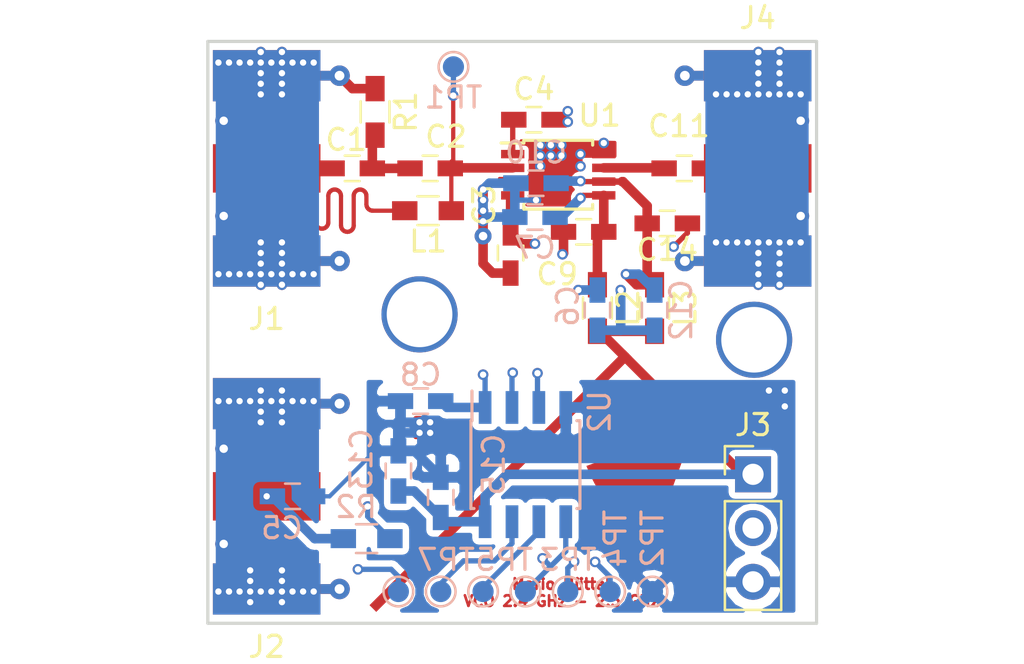
<source format=kicad_pcb>
(kicad_pcb (version 20171130) (host pcbnew "(5.0-dev-4144-gb67b4b9ea)")

  (general
    (thickness 1.6)
    (drawings 14)
    (tracks 459)
    (zones 0)
    (modules 36)
    (nets 19)
  )

  (page A4)
  (layers
    (0 F.Cu jumper)
    (1 In1.Cu signal)
    (2 In2.Cu signal)
    (31 B.Cu signal)
    (32 B.Adhes user)
    (33 F.Adhes user)
    (34 B.Paste user)
    (35 F.Paste user)
    (36 B.SilkS user)
    (37 F.SilkS user)
    (38 B.Mask user)
    (39 F.Mask user)
    (40 Dwgs.User user)
    (41 Cmts.User user)
    (42 Eco1.User user)
    (43 Eco2.User user)
    (44 Edge.Cuts user)
    (45 Margin user)
    (46 B.CrtYd user)
    (47 F.CrtYd user)
    (48 B.Fab user hide)
    (49 F.Fab user hide)
  )

  (setup
    (last_trace_width 0.25)
    (user_trace_width 0.2)
    (user_trace_width 0.451)
    (trace_clearance 0.2)
    (zone_clearance 0.3)
    (zone_45_only no)
    (trace_min 0.15)
    (segment_width 0.2)
    (edge_width 0.15)
    (via_size 0.8)
    (via_drill 0.4)
    (via_min_size 0.3)
    (via_min_drill 0.3)
    (user_via 0.5 0.3)
    (uvia_size 0.3)
    (uvia_drill 0.1)
    (uvias_allowed no)
    (uvia_min_size 0.2)
    (uvia_min_drill 0.1)
    (pcb_text_width 0.3)
    (pcb_text_size 1.5 1.5)
    (mod_edge_width 0.15)
    (mod_text_size 1 1)
    (mod_text_width 0.15)
    (pad_size 0.451 16.61)
    (pad_drill 0)
    (pad_to_mask_clearance 0.2)
    (aux_axis_origin 0 0)
    (visible_elements FFFFFF7F)
    (pcbplotparams
      (layerselection 0x010fc_ffffffff)
      (usegerberextensions false)
      (usegerberattributes false)
      (usegerberadvancedattributes false)
      (creategerberjobfile false)
      (excludeedgelayer true)
      (linewidth 0.100000)
      (plotframeref false)
      (viasonmask false)
      (mode 1)
      (useauxorigin false)
      (hpglpennumber 1)
      (hpglpenspeed 20)
      (hpglpendiameter 15)
      (psnegative false)
      (psa4output false)
      (plotreference true)
      (plotvalue true)
      (plotinvisibletext false)
      (padsonsilk false)
      (subtractmaskfromsilk false)
      (outputformat 1)
      (mirror false)
      (drillshape 1)
      (scaleselection 1)
      (outputdirectory ""))
  )

  (net 0 "")
  (net 1 "Net-(C1-Pad1)")
  (net 2 "Net-(C1-Pad2)")
  (net 3 "Net-(C2-Pad1)")
  (net 4 GND)
  (net 5 "Net-(C3-Pad1)")
  (net 6 "Net-(C4-Pad2)")
  (net 7 "Net-(C5-Pad1)")
  (net 8 "Net-(C6-Pad2)")
  (net 9 "Net-(C8-Pad1)")
  (net 10 "Net-(C10-Pad2)")
  (net 11 "Net-(C11-Pad1)")
  (net 12 "Net-(C11-Pad2)")
  (net 13 "Net-(R2-Pad1)")
  (net 14 "Net-(TP3-Pad1)")
  (net 15 "Net-(TP4-Pad1)")
  (net 16 "Net-(TP7-Pad1)")
  (net 17 "Net-(TP8-Pad1)")
  (net 18 /VCC)

  (net_class Default "This is the default net class."
    (clearance 0.2)
    (trace_width 0.25)
    (via_dia 0.8)
    (via_drill 0.4)
    (uvia_dia 0.3)
    (uvia_drill 0.1)
    (add_net /VCC)
    (add_net GND)
    (add_net "Net-(C1-Pad1)")
    (add_net "Net-(C1-Pad2)")
    (add_net "Net-(C10-Pad2)")
    (add_net "Net-(C11-Pad1)")
    (add_net "Net-(C11-Pad2)")
    (add_net "Net-(C2-Pad1)")
    (add_net "Net-(C3-Pad1)")
    (add_net "Net-(C4-Pad2)")
    (add_net "Net-(C5-Pad1)")
    (add_net "Net-(C6-Pad2)")
    (add_net "Net-(C8-Pad1)")
    (add_net "Net-(R2-Pad1)")
    (add_net "Net-(TP3-Pad1)")
    (add_net "Net-(TP4-Pad1)")
    (add_net "Net-(TP7-Pad1)")
    (add_net "Net-(TP8-Pad1)")
  )

  (module muwave_arcstub (layer F.Cu) (tedit 5A99F67A) (tstamp 0)
    (at 36 30.7 135)
    (fp_text reference "4.8 GHz" (at 0.141421 2.262742 135) (layer F.SilkS) hide
      (effects (font (size 1 1) (thickness 0.15)))
    )
    (fp_text value muwave_arcstub (at 0 -0.5 135) (layer F.Fab)
      (effects (font (size 1 1) (thickness 0.15)))
    )
    (pad 1 smd custom (at 0 0 135) (size 0.451 0.451) (layers F.Cu)
      (net 18 /VCC) (zone_connect 0)
      (options (clearance outline) (anchor rect))
      (primitives
        (gr_poly (pts
           (xy 0 0) (xy 2.30327 -4.939377) (xy 1.86401 -5.121325) (xy 1.410564 -5.264296) (xy 0.946383 -5.367202)
           (xy 0.474999 -5.429261) (xy 0 -5.45) (xy -0.474999 -5.429261) (xy -0.946383 -5.367202) (xy -1.410564 -5.264296)
           (xy -1.86401 -5.121325) (xy -2.30327 -4.939377) (xy 0 0)) (width 0))
      ))
  )

  (module muwave_stub (layer F.Cu) (tedit 5A99F678) (tstamp 0)
    (at 32.7 27.4 135)
    (fp_text reference "2.4 GHz" (at 2.192031 -7.636753 225) (layer F.SilkS) hide
      (effects (font (size 0.451 0.451) (thickness 0.0902)))
    )
    (fp_text value muwave_stub (at 0 -0.5 135) (layer F.Fab)
      (effects (font (size 0.451 0.451) (thickness 0.0902)))
    )
    (pad 1 smd rect (at 0 -8.530499 135) (size 0.451 16.61) (layers F.Cu)
      (net 18 /VCC))
    (pad 1 smd rect (at 0 0 135) (size 0.451 0.451) (layers F.Cu)
      (net 18 /VCC))
  )

  (module Capacitors_SMD:C_0603_HandSoldering (layer F.Cu) (tedit 58AA848B) (tstamp 5AA363A4)
    (at 19.82 18.5 180)
    (descr "Capacitor SMD 0603, hand soldering")
    (tags "capacitor 0603")
    (path /5A99C820)
    (attr smd)
    (fp_text reference C1 (at 0.28 1.35 180) (layer F.SilkS)
      (effects (font (size 1 1) (thickness 0.15)))
    )
    (fp_text value 100n (at 0 1.5 180) (layer F.Fab)
      (effects (font (size 1 1) (thickness 0.15)))
    )
    (fp_text user %R (at 0 -1.25 180) (layer F.Fab)
      (effects (font (size 1 1) (thickness 0.15)))
    )
    (fp_line (start -0.8 0.4) (end -0.8 -0.4) (layer F.Fab) (width 0.1))
    (fp_line (start 0.8 0.4) (end -0.8 0.4) (layer F.Fab) (width 0.1))
    (fp_line (start 0.8 -0.4) (end 0.8 0.4) (layer F.Fab) (width 0.1))
    (fp_line (start -0.8 -0.4) (end 0.8 -0.4) (layer F.Fab) (width 0.1))
    (fp_line (start -0.35 -0.6) (end 0.35 -0.6) (layer F.SilkS) (width 0.12))
    (fp_line (start 0.35 0.6) (end -0.35 0.6) (layer F.SilkS) (width 0.12))
    (fp_line (start -1.8 -0.65) (end 1.8 -0.65) (layer F.CrtYd) (width 0.05))
    (fp_line (start -1.8 -0.65) (end -1.8 0.65) (layer F.CrtYd) (width 0.05))
    (fp_line (start 1.8 0.65) (end 1.8 -0.65) (layer F.CrtYd) (width 0.05))
    (fp_line (start 1.8 0.65) (end -1.8 0.65) (layer F.CrtYd) (width 0.05))
    (pad 1 smd rect (at -0.95 0 180) (size 1.2 0.75) (layers F.Cu F.Paste F.Mask)
      (net 1 "Net-(C1-Pad1)"))
    (pad 2 smd rect (at 0.95 0 180) (size 1.2 0.75) (layers F.Cu F.Paste F.Mask)
      (net 2 "Net-(C1-Pad2)"))
    (model Capacitors_SMD.3dshapes/C_0603.wrl
      (at (xyz 0 0 0))
      (scale (xyz 1 1 1))
      (rotate (xyz 0 0 0))
    )
  )

  (module Capacitors_SMD:C_0603_HandSoldering (layer F.Cu) (tedit 58AA848B) (tstamp 5AA363B5)
    (at 23.5 18.5 180)
    (descr "Capacitor SMD 0603, hand soldering")
    (tags "capacitor 0603")
    (path /5A99C877)
    (attr smd)
    (fp_text reference C2 (at -0.75 1.5 180) (layer F.SilkS)
      (effects (font (size 1 1) (thickness 0.15)))
    )
    (fp_text value 100n (at 0 1.5 180) (layer F.Fab)
      (effects (font (size 1 1) (thickness 0.15)))
    )
    (fp_text user %R (at 0 -1.25 180) (layer F.Fab)
      (effects (font (size 1 1) (thickness 0.15)))
    )
    (fp_line (start -0.8 0.4) (end -0.8 -0.4) (layer F.Fab) (width 0.1))
    (fp_line (start 0.8 0.4) (end -0.8 0.4) (layer F.Fab) (width 0.1))
    (fp_line (start 0.8 -0.4) (end 0.8 0.4) (layer F.Fab) (width 0.1))
    (fp_line (start -0.8 -0.4) (end 0.8 -0.4) (layer F.Fab) (width 0.1))
    (fp_line (start -0.35 -0.6) (end 0.35 -0.6) (layer F.SilkS) (width 0.12))
    (fp_line (start 0.35 0.6) (end -0.35 0.6) (layer F.SilkS) (width 0.12))
    (fp_line (start -1.8 -0.65) (end 1.8 -0.65) (layer F.CrtYd) (width 0.05))
    (fp_line (start -1.8 -0.65) (end -1.8 0.65) (layer F.CrtYd) (width 0.05))
    (fp_line (start 1.8 0.65) (end 1.8 -0.65) (layer F.CrtYd) (width 0.05))
    (fp_line (start 1.8 0.65) (end -1.8 0.65) (layer F.CrtYd) (width 0.05))
    (pad 1 smd rect (at -0.95 0 180) (size 1.2 0.75) (layers F.Cu F.Paste F.Mask)
      (net 3 "Net-(C2-Pad1)"))
    (pad 2 smd rect (at 0.95 0 180) (size 1.2 0.75) (layers F.Cu F.Paste F.Mask)
      (net 1 "Net-(C1-Pad1)"))
    (model Capacitors_SMD.3dshapes/C_0603.wrl
      (at (xyz 0 0 0))
      (scale (xyz 1 1 1))
      (rotate (xyz 0 0 0))
    )
  )

  (module Capacitors_SMD:C_0603_HandSoldering (layer F.Cu) (tedit 58AA848B) (tstamp 5AA363C6)
    (at 27.3 22.5 270)
    (descr "Capacitor SMD 0603, hand soldering")
    (tags "capacitor 0603")
    (path /5A9A9BD4)
    (attr smd)
    (fp_text reference C3 (at -2.25 1.25 270) (layer F.SilkS)
      (effects (font (size 1 1) (thickness 0.15)))
    )
    (fp_text value 100n (at 0 1.5 270) (layer F.Fab)
      (effects (font (size 1 1) (thickness 0.15)))
    )
    (fp_line (start 1.8 0.65) (end -1.8 0.65) (layer F.CrtYd) (width 0.05))
    (fp_line (start 1.8 0.65) (end 1.8 -0.65) (layer F.CrtYd) (width 0.05))
    (fp_line (start -1.8 -0.65) (end -1.8 0.65) (layer F.CrtYd) (width 0.05))
    (fp_line (start -1.8 -0.65) (end 1.8 -0.65) (layer F.CrtYd) (width 0.05))
    (fp_line (start 0.35 0.6) (end -0.35 0.6) (layer F.SilkS) (width 0.12))
    (fp_line (start -0.35 -0.6) (end 0.35 -0.6) (layer F.SilkS) (width 0.12))
    (fp_line (start -0.8 -0.4) (end 0.8 -0.4) (layer F.Fab) (width 0.1))
    (fp_line (start 0.8 -0.4) (end 0.8 0.4) (layer F.Fab) (width 0.1))
    (fp_line (start 0.8 0.4) (end -0.8 0.4) (layer F.Fab) (width 0.1))
    (fp_line (start -0.8 0.4) (end -0.8 -0.4) (layer F.Fab) (width 0.1))
    (fp_text user %R (at 0 -1.25 270) (layer F.Fab)
      (effects (font (size 1 1) (thickness 0.15)))
    )
    (pad 2 smd rect (at 0.95 0 270) (size 1.2 0.75) (layers F.Cu F.Paste F.Mask)
      (net 4 GND))
    (pad 1 smd rect (at -0.95 0 270) (size 1.2 0.75) (layers F.Cu F.Paste F.Mask)
      (net 5 "Net-(C3-Pad1)"))
    (model Capacitors_SMD.3dshapes/C_0603.wrl
      (at (xyz 0 0 0))
      (scale (xyz 1 1 1))
      (rotate (xyz 0 0 0))
    )
  )

  (module Capacitors_SMD:C_0603_HandSoldering (layer F.Cu) (tedit 58AA848B) (tstamp 5AA363D7)
    (at 28.4 16.2 180)
    (descr "Capacitor SMD 0603, hand soldering")
    (tags "capacitor 0603")
    (path /5A99C4B9)
    (attr smd)
    (fp_text reference C4 (at 0 1.45 180) (layer F.SilkS)
      (effects (font (size 1 1) (thickness 0.15)))
    )
    (fp_text value 100n (at 0 1.5 180) (layer F.Fab)
      (effects (font (size 1 1) (thickness 0.15)))
    )
    (fp_line (start 1.8 0.65) (end -1.8 0.65) (layer F.CrtYd) (width 0.05))
    (fp_line (start 1.8 0.65) (end 1.8 -0.65) (layer F.CrtYd) (width 0.05))
    (fp_line (start -1.8 -0.65) (end -1.8 0.65) (layer F.CrtYd) (width 0.05))
    (fp_line (start -1.8 -0.65) (end 1.8 -0.65) (layer F.CrtYd) (width 0.05))
    (fp_line (start 0.35 0.6) (end -0.35 0.6) (layer F.SilkS) (width 0.12))
    (fp_line (start -0.35 -0.6) (end 0.35 -0.6) (layer F.SilkS) (width 0.12))
    (fp_line (start -0.8 -0.4) (end 0.8 -0.4) (layer F.Fab) (width 0.1))
    (fp_line (start 0.8 -0.4) (end 0.8 0.4) (layer F.Fab) (width 0.1))
    (fp_line (start 0.8 0.4) (end -0.8 0.4) (layer F.Fab) (width 0.1))
    (fp_line (start -0.8 0.4) (end -0.8 -0.4) (layer F.Fab) (width 0.1))
    (fp_text user %R (at 0 -1.25 180) (layer F.Fab)
      (effects (font (size 1 1) (thickness 0.15)))
    )
    (pad 2 smd rect (at 0.95 0 180) (size 1.2 0.75) (layers F.Cu F.Paste F.Mask)
      (net 6 "Net-(C4-Pad2)"))
    (pad 1 smd rect (at -0.95 0 180) (size 1.2 0.75) (layers F.Cu F.Paste F.Mask)
      (net 4 GND))
    (model Capacitors_SMD.3dshapes/C_0603.wrl
      (at (xyz 0 0 0))
      (scale (xyz 1 1 1))
      (rotate (xyz 0 0 0))
    )
  )

  (module Capacitors_SMD:C_0603_HandSoldering (layer B.Cu) (tedit 58AA848B) (tstamp 5AA363E8)
    (at 17 34)
    (descr "Capacitor SMD 0603, hand soldering")
    (tags "capacitor 0603")
    (path /5A9B50A4)
    (attr smd)
    (fp_text reference C5 (at -0.5 1.5) (layer B.SilkS)
      (effects (font (size 1 1) (thickness 0.15)) (justify mirror))
    )
    (fp_text value C (at 0 -1.5) (layer B.Fab)
      (effects (font (size 1 1) (thickness 0.15)) (justify mirror))
    )
    (fp_line (start 1.8 -0.65) (end -1.8 -0.65) (layer B.CrtYd) (width 0.05))
    (fp_line (start 1.8 -0.65) (end 1.8 0.65) (layer B.CrtYd) (width 0.05))
    (fp_line (start -1.8 0.65) (end -1.8 -0.65) (layer B.CrtYd) (width 0.05))
    (fp_line (start -1.8 0.65) (end 1.8 0.65) (layer B.CrtYd) (width 0.05))
    (fp_line (start 0.35 -0.6) (end -0.35 -0.6) (layer B.SilkS) (width 0.12))
    (fp_line (start -0.35 0.6) (end 0.35 0.6) (layer B.SilkS) (width 0.12))
    (fp_line (start -0.8 0.4) (end 0.8 0.4) (layer B.Fab) (width 0.1))
    (fp_line (start 0.8 0.4) (end 0.8 -0.4) (layer B.Fab) (width 0.1))
    (fp_line (start 0.8 -0.4) (end -0.8 -0.4) (layer B.Fab) (width 0.1))
    (fp_line (start -0.8 -0.4) (end -0.8 0.4) (layer B.Fab) (width 0.1))
    (fp_text user %R (at 0 1.25) (layer B.Fab)
      (effects (font (size 1 1) (thickness 0.15)) (justify mirror))
    )
    (pad 2 smd rect (at 0.95 0) (size 1.2 0.75) (layers B.Cu B.Paste B.Mask)
      (net 4 GND))
    (pad 1 smd rect (at -0.95 0) (size 1.2 0.75) (layers B.Cu B.Paste B.Mask)
      (net 7 "Net-(C5-Pad1)"))
    (model Capacitors_SMD.3dshapes/C_0603.wrl
      (at (xyz 0 0 0))
      (scale (xyz 1 1 1))
      (rotate (xyz 0 0 0))
    )
  )

  (module Capacitors_SMD:C_0603_HandSoldering (layer B.Cu) (tedit 58AA848B) (tstamp 5AA363F9)
    (at 31.4 25.2 90)
    (descr "Capacitor SMD 0603, hand soldering")
    (tags "capacitor 0603")
    (path /5A99EE68)
    (attr smd)
    (fp_text reference C6 (at 0.2 -1.4 90) (layer B.SilkS)
      (effects (font (size 1 1) (thickness 0.15)) (justify mirror))
    )
    (fp_text value 1u (at 0 -1.5 90) (layer B.Fab)
      (effects (font (size 1 1) (thickness 0.15)) (justify mirror))
    )
    (fp_text user %R (at 0 1.25 90) (layer B.Fab)
      (effects (font (size 1 1) (thickness 0.15)) (justify mirror))
    )
    (fp_line (start -0.8 -0.4) (end -0.8 0.4) (layer B.Fab) (width 0.1))
    (fp_line (start 0.8 -0.4) (end -0.8 -0.4) (layer B.Fab) (width 0.1))
    (fp_line (start 0.8 0.4) (end 0.8 -0.4) (layer B.Fab) (width 0.1))
    (fp_line (start -0.8 0.4) (end 0.8 0.4) (layer B.Fab) (width 0.1))
    (fp_line (start -0.35 0.6) (end 0.35 0.6) (layer B.SilkS) (width 0.12))
    (fp_line (start 0.35 -0.6) (end -0.35 -0.6) (layer B.SilkS) (width 0.12))
    (fp_line (start -1.8 0.65) (end 1.8 0.65) (layer B.CrtYd) (width 0.05))
    (fp_line (start -1.8 0.65) (end -1.8 -0.65) (layer B.CrtYd) (width 0.05))
    (fp_line (start 1.8 -0.65) (end 1.8 0.65) (layer B.CrtYd) (width 0.05))
    (fp_line (start 1.8 -0.65) (end -1.8 -0.65) (layer B.CrtYd) (width 0.05))
    (pad 1 smd rect (at -0.95 0 90) (size 1.2 0.75) (layers B.Cu B.Paste B.Mask)
      (net 4 GND))
    (pad 2 smd rect (at 0.95 0 90) (size 1.2 0.75) (layers B.Cu B.Paste B.Mask)
      (net 8 "Net-(C6-Pad2)"))
    (model Capacitors_SMD.3dshapes/C_0603.wrl
      (at (xyz 0 0 0))
      (scale (xyz 1 1 1))
      (rotate (xyz 0 0 0))
    )
  )

  (module Capacitors_SMD:C_0603_HandSoldering (layer B.Cu) (tedit 58AA848B) (tstamp 5AA37BE7)
    (at 28.45 20.8)
    (descr "Capacitor SMD 0603, hand soldering")
    (tags "capacitor 0603")
    (path /5A99ED44)
    (attr smd)
    (fp_text reference C7 (at 0 1.45) (layer B.SilkS)
      (effects (font (size 1 1) (thickness 0.15)) (justify mirror))
    )
    (fp_text value 100n (at 0 -1.5) (layer B.Fab)
      (effects (font (size 1 1) (thickness 0.15)) (justify mirror))
    )
    (fp_line (start 1.8 -0.65) (end -1.8 -0.65) (layer B.CrtYd) (width 0.05))
    (fp_line (start 1.8 -0.65) (end 1.8 0.65) (layer B.CrtYd) (width 0.05))
    (fp_line (start -1.8 0.65) (end -1.8 -0.65) (layer B.CrtYd) (width 0.05))
    (fp_line (start -1.8 0.65) (end 1.8 0.65) (layer B.CrtYd) (width 0.05))
    (fp_line (start 0.35 -0.6) (end -0.35 -0.6) (layer B.SilkS) (width 0.12))
    (fp_line (start -0.35 0.6) (end 0.35 0.6) (layer B.SilkS) (width 0.12))
    (fp_line (start -0.8 0.4) (end 0.8 0.4) (layer B.Fab) (width 0.1))
    (fp_line (start 0.8 0.4) (end 0.8 -0.4) (layer B.Fab) (width 0.1))
    (fp_line (start 0.8 -0.4) (end -0.8 -0.4) (layer B.Fab) (width 0.1))
    (fp_line (start -0.8 -0.4) (end -0.8 0.4) (layer B.Fab) (width 0.1))
    (fp_text user %R (at 0 1.25) (layer B.Fab)
      (effects (font (size 1 1) (thickness 0.15)) (justify mirror))
    )
    (pad 2 smd rect (at 0.95 0) (size 1.2 0.75) (layers B.Cu B.Paste B.Mask)
      (net 8 "Net-(C6-Pad2)"))
    (pad 1 smd rect (at -0.95 0) (size 1.2 0.75) (layers B.Cu B.Paste B.Mask)
      (net 4 GND))
    (model Capacitors_SMD.3dshapes/C_0603.wrl
      (at (xyz 0 0 0))
      (scale (xyz 1 1 1))
      (rotate (xyz 0 0 0))
    )
  )

  (module Capacitors_SMD:C_0603_HandSoldering (layer B.Cu) (tedit 58AA848B) (tstamp 5AA3641B)
    (at 23.05 29.5 180)
    (descr "Capacitor SMD 0603, hand soldering")
    (tags "capacitor 0603")
    (path /5A9C039F)
    (attr smd)
    (fp_text reference C8 (at 0 1.25 180) (layer B.SilkS)
      (effects (font (size 1 1) (thickness 0.15)) (justify mirror))
    )
    (fp_text value 100n (at 0 -1.5 180) (layer B.Fab)
      (effects (font (size 1 1) (thickness 0.15)) (justify mirror))
    )
    (fp_line (start 1.8 -0.65) (end -1.8 -0.65) (layer B.CrtYd) (width 0.05))
    (fp_line (start 1.8 -0.65) (end 1.8 0.65) (layer B.CrtYd) (width 0.05))
    (fp_line (start -1.8 0.65) (end -1.8 -0.65) (layer B.CrtYd) (width 0.05))
    (fp_line (start -1.8 0.65) (end 1.8 0.65) (layer B.CrtYd) (width 0.05))
    (fp_line (start 0.35 -0.6) (end -0.35 -0.6) (layer B.SilkS) (width 0.12))
    (fp_line (start -0.35 0.6) (end 0.35 0.6) (layer B.SilkS) (width 0.12))
    (fp_line (start -0.8 0.4) (end 0.8 0.4) (layer B.Fab) (width 0.1))
    (fp_line (start 0.8 0.4) (end 0.8 -0.4) (layer B.Fab) (width 0.1))
    (fp_line (start 0.8 -0.4) (end -0.8 -0.4) (layer B.Fab) (width 0.1))
    (fp_line (start -0.8 -0.4) (end -0.8 0.4) (layer B.Fab) (width 0.1))
    (fp_text user %R (at 0 1.25 180) (layer B.Fab)
      (effects (font (size 1 1) (thickness 0.15)) (justify mirror))
    )
    (pad 2 smd rect (at 0.95 0 180) (size 1.2 0.75) (layers B.Cu B.Paste B.Mask)
      (net 4 GND))
    (pad 1 smd rect (at -0.95 0 180) (size 1.2 0.75) (layers B.Cu B.Paste B.Mask)
      (net 9 "Net-(C8-Pad1)"))
    (model Capacitors_SMD.3dshapes/C_0603.wrl
      (at (xyz 0 0 0))
      (scale (xyz 1 1 1))
      (rotate (xyz 0 0 0))
    )
  )

  (module Capacitors_SMD:C_0603_HandSoldering (layer F.Cu) (tedit 58AA848B) (tstamp 5AA3642C)
    (at 30.75 21.5)
    (descr "Capacitor SMD 0603, hand soldering")
    (tags "capacitor 0603")
    (path /5A99EFDC)
    (attr smd)
    (fp_text reference C9 (at -1.25 2) (layer F.SilkS)
      (effects (font (size 1 1) (thickness 0.15)))
    )
    (fp_text value 100n (at 0 1.5) (layer F.Fab)
      (effects (font (size 1 1) (thickness 0.15)))
    )
    (fp_line (start 1.8 0.65) (end -1.8 0.65) (layer F.CrtYd) (width 0.05))
    (fp_line (start 1.8 0.65) (end 1.8 -0.65) (layer F.CrtYd) (width 0.05))
    (fp_line (start -1.8 -0.65) (end -1.8 0.65) (layer F.CrtYd) (width 0.05))
    (fp_line (start -1.8 -0.65) (end 1.8 -0.65) (layer F.CrtYd) (width 0.05))
    (fp_line (start 0.35 0.6) (end -0.35 0.6) (layer F.SilkS) (width 0.12))
    (fp_line (start -0.35 -0.6) (end 0.35 -0.6) (layer F.SilkS) (width 0.12))
    (fp_line (start -0.8 -0.4) (end 0.8 -0.4) (layer F.Fab) (width 0.1))
    (fp_line (start 0.8 -0.4) (end 0.8 0.4) (layer F.Fab) (width 0.1))
    (fp_line (start 0.8 0.4) (end -0.8 0.4) (layer F.Fab) (width 0.1))
    (fp_line (start -0.8 0.4) (end -0.8 -0.4) (layer F.Fab) (width 0.1))
    (fp_text user %R (at 0 -1.25) (layer F.Fab)
      (effects (font (size 1 1) (thickness 0.15)))
    )
    (pad 2 smd rect (at 0.95 0) (size 1.2 0.75) (layers F.Cu F.Paste F.Mask)
      (net 8 "Net-(C6-Pad2)"))
    (pad 1 smd rect (at -0.95 0) (size 1.2 0.75) (layers F.Cu F.Paste F.Mask)
      (net 4 GND))
    (model Capacitors_SMD.3dshapes/C_0603.wrl
      (at (xyz 0 0 0))
      (scale (xyz 1 1 1))
      (rotate (xyz 0 0 0))
    )
  )

  (module Capacitors_SMD:C_0603_HandSoldering (layer B.Cu) (tedit 58AA848B) (tstamp 5AA3643D)
    (at 28.5 19.2)
    (descr "Capacitor SMD 0603, hand soldering")
    (tags "capacitor 0603")
    (path /5A99F014)
    (attr smd)
    (fp_text reference C10 (at 0 -1.45) (layer B.SilkS)
      (effects (font (size 1 1) (thickness 0.15)) (justify mirror))
    )
    (fp_text value 100n (at 0 -1.5) (layer B.Fab)
      (effects (font (size 1 1) (thickness 0.15)) (justify mirror))
    )
    (fp_text user %R (at 0 1.25) (layer B.Fab)
      (effects (font (size 1 1) (thickness 0.15)) (justify mirror))
    )
    (fp_line (start -0.8 -0.4) (end -0.8 0.4) (layer B.Fab) (width 0.1))
    (fp_line (start 0.8 -0.4) (end -0.8 -0.4) (layer B.Fab) (width 0.1))
    (fp_line (start 0.8 0.4) (end 0.8 -0.4) (layer B.Fab) (width 0.1))
    (fp_line (start -0.8 0.4) (end 0.8 0.4) (layer B.Fab) (width 0.1))
    (fp_line (start -0.35 0.6) (end 0.35 0.6) (layer B.SilkS) (width 0.12))
    (fp_line (start 0.35 -0.6) (end -0.35 -0.6) (layer B.SilkS) (width 0.12))
    (fp_line (start -1.8 0.65) (end 1.8 0.65) (layer B.CrtYd) (width 0.05))
    (fp_line (start -1.8 0.65) (end -1.8 -0.65) (layer B.CrtYd) (width 0.05))
    (fp_line (start 1.8 -0.65) (end 1.8 0.65) (layer B.CrtYd) (width 0.05))
    (fp_line (start 1.8 -0.65) (end -1.8 -0.65) (layer B.CrtYd) (width 0.05))
    (pad 1 smd rect (at -0.95 0) (size 1.2 0.75) (layers B.Cu B.Paste B.Mask)
      (net 4 GND))
    (pad 2 smd rect (at 0.95 0) (size 1.2 0.75) (layers B.Cu B.Paste B.Mask)
      (net 10 "Net-(C10-Pad2)"))
    (model Capacitors_SMD.3dshapes/C_0603.wrl
      (at (xyz 0 0 0))
      (scale (xyz 1 1 1))
      (rotate (xyz 0 0 0))
    )
  )

  (module Capacitors_SMD:C_0603_HandSoldering (layer F.Cu) (tedit 58AA848B) (tstamp 5AA36B24)
    (at 35.5 18.5 180)
    (descr "Capacitor SMD 0603, hand soldering")
    (tags "capacitor 0603")
    (path /5A9A7213)
    (attr smd)
    (fp_text reference C11 (at 0.25 2 180) (layer F.SilkS)
      (effects (font (size 1 1) (thickness 0.15)))
    )
    (fp_text value 100n (at 0 1.5 180) (layer F.Fab)
      (effects (font (size 1 1) (thickness 0.15)))
    )
    (fp_text user %R (at 0 -1.25 180) (layer F.Fab)
      (effects (font (size 1 1) (thickness 0.15)))
    )
    (fp_line (start -0.8 0.4) (end -0.8 -0.4) (layer F.Fab) (width 0.1))
    (fp_line (start 0.8 0.4) (end -0.8 0.4) (layer F.Fab) (width 0.1))
    (fp_line (start 0.8 -0.4) (end 0.8 0.4) (layer F.Fab) (width 0.1))
    (fp_line (start -0.8 -0.4) (end 0.8 -0.4) (layer F.Fab) (width 0.1))
    (fp_line (start -0.35 -0.6) (end 0.35 -0.6) (layer F.SilkS) (width 0.12))
    (fp_line (start 0.35 0.6) (end -0.35 0.6) (layer F.SilkS) (width 0.12))
    (fp_line (start -1.8 -0.65) (end 1.8 -0.65) (layer F.CrtYd) (width 0.05))
    (fp_line (start -1.8 -0.65) (end -1.8 0.65) (layer F.CrtYd) (width 0.05))
    (fp_line (start 1.8 0.65) (end 1.8 -0.65) (layer F.CrtYd) (width 0.05))
    (fp_line (start 1.8 0.65) (end -1.8 0.65) (layer F.CrtYd) (width 0.05))
    (pad 1 smd rect (at -0.95 0 180) (size 1.2 0.75) (layers F.Cu F.Paste F.Mask)
      (net 11 "Net-(C11-Pad1)"))
    (pad 2 smd rect (at 0.95 0 180) (size 1.2 0.75) (layers F.Cu F.Paste F.Mask)
      (net 12 "Net-(C11-Pad2)"))
    (model Capacitors_SMD.3dshapes/C_0603.wrl
      (at (xyz 0 0 0))
      (scale (xyz 1 1 1))
      (rotate (xyz 0 0 0))
    )
  )

  (module Capacitors_SMD:C_0603_HandSoldering (layer B.Cu) (tedit 58AA848B) (tstamp 5AA3645F)
    (at 34.1 25.2 90)
    (descr "Capacitor SMD 0603, hand soldering")
    (tags "capacitor 0603")
    (path /5A99F052)
    (attr smd)
    (fp_text reference C12 (at 0 1.25 90) (layer B.SilkS)
      (effects (font (size 1 1) (thickness 0.15)) (justify mirror))
    )
    (fp_text value 1u (at 0 -1.5 90) (layer B.Fab)
      (effects (font (size 1 1) (thickness 0.15)) (justify mirror))
    )
    (fp_text user %R (at 0 1.25 90) (layer B.Fab)
      (effects (font (size 1 1) (thickness 0.15)) (justify mirror))
    )
    (fp_line (start -0.8 -0.4) (end -0.8 0.4) (layer B.Fab) (width 0.1))
    (fp_line (start 0.8 -0.4) (end -0.8 -0.4) (layer B.Fab) (width 0.1))
    (fp_line (start 0.8 0.4) (end 0.8 -0.4) (layer B.Fab) (width 0.1))
    (fp_line (start -0.8 0.4) (end 0.8 0.4) (layer B.Fab) (width 0.1))
    (fp_line (start -0.35 0.6) (end 0.35 0.6) (layer B.SilkS) (width 0.12))
    (fp_line (start 0.35 -0.6) (end -0.35 -0.6) (layer B.SilkS) (width 0.12))
    (fp_line (start -1.8 0.65) (end 1.8 0.65) (layer B.CrtYd) (width 0.05))
    (fp_line (start -1.8 0.65) (end -1.8 -0.65) (layer B.CrtYd) (width 0.05))
    (fp_line (start 1.8 -0.65) (end 1.8 0.65) (layer B.CrtYd) (width 0.05))
    (fp_line (start 1.8 -0.65) (end -1.8 -0.65) (layer B.CrtYd) (width 0.05))
    (pad 1 smd rect (at -0.95 0 90) (size 1.2 0.75) (layers B.Cu B.Paste B.Mask)
      (net 4 GND))
    (pad 2 smd rect (at 0.95 0 90) (size 1.2 0.75) (layers B.Cu B.Paste B.Mask)
      (net 10 "Net-(C10-Pad2)"))
    (model Capacitors_SMD.3dshapes/C_0603.wrl
      (at (xyz 0 0 0))
      (scale (xyz 1 1 1))
      (rotate (xyz 0 0 0))
    )
  )

  (module Capacitors_SMD:C_0603_HandSoldering (layer B.Cu) (tedit 58AA848B) (tstamp 5AA36470)
    (at 22 32.8 90)
    (descr "Capacitor SMD 0603, hand soldering")
    (tags "capacitor 0603")
    (path /5A9C8638)
    (attr smd)
    (fp_text reference C13 (at 0.55 -1.75 90) (layer B.SilkS)
      (effects (font (size 1 1) (thickness 0.15)) (justify mirror))
    )
    (fp_text value 100n (at 0 -1.5 90) (layer B.Fab)
      (effects (font (size 1 1) (thickness 0.15)) (justify mirror))
    )
    (fp_text user %R (at 0 1.25 90) (layer B.Fab)
      (effects (font (size 1 1) (thickness 0.15)) (justify mirror))
    )
    (fp_line (start -0.8 -0.4) (end -0.8 0.4) (layer B.Fab) (width 0.1))
    (fp_line (start 0.8 -0.4) (end -0.8 -0.4) (layer B.Fab) (width 0.1))
    (fp_line (start 0.8 0.4) (end 0.8 -0.4) (layer B.Fab) (width 0.1))
    (fp_line (start -0.8 0.4) (end 0.8 0.4) (layer B.Fab) (width 0.1))
    (fp_line (start -0.35 0.6) (end 0.35 0.6) (layer B.SilkS) (width 0.12))
    (fp_line (start 0.35 -0.6) (end -0.35 -0.6) (layer B.SilkS) (width 0.12))
    (fp_line (start -1.8 0.65) (end 1.8 0.65) (layer B.CrtYd) (width 0.05))
    (fp_line (start -1.8 0.65) (end -1.8 -0.65) (layer B.CrtYd) (width 0.05))
    (fp_line (start 1.8 -0.65) (end 1.8 0.65) (layer B.CrtYd) (width 0.05))
    (fp_line (start 1.8 -0.65) (end -1.8 -0.65) (layer B.CrtYd) (width 0.05))
    (pad 1 smd rect (at -0.95 0 90) (size 1.2 0.75) (layers B.Cu B.Paste B.Mask)
      (net 18 /VCC))
    (pad 2 smd rect (at 0.95 0 90) (size 1.2 0.75) (layers B.Cu B.Paste B.Mask)
      (net 4 GND))
    (model Capacitors_SMD.3dshapes/C_0603.wrl
      (at (xyz 0 0 0))
      (scale (xyz 1 1 1))
      (rotate (xyz 0 0 0))
    )
  )

  (module Capacitors_SMD:C_0603_HandSoldering (layer F.Cu) (tedit 58AA848B) (tstamp 5AA36481)
    (at 34.7 21.1 180)
    (descr "Capacitor SMD 0603, hand soldering")
    (tags "capacitor 0603")
    (path /5A9A0CA8)
    (attr smd)
    (fp_text reference C14 (at 0 -1.25 180) (layer F.SilkS)
      (effects (font (size 1 1) (thickness 0.15)))
    )
    (fp_text value 100n (at 0 1.5 180) (layer F.Fab)
      (effects (font (size 1 1) (thickness 0.15)))
    )
    (fp_line (start 1.8 0.65) (end -1.8 0.65) (layer F.CrtYd) (width 0.05))
    (fp_line (start 1.8 0.65) (end 1.8 -0.65) (layer F.CrtYd) (width 0.05))
    (fp_line (start -1.8 -0.65) (end -1.8 0.65) (layer F.CrtYd) (width 0.05))
    (fp_line (start -1.8 -0.65) (end 1.8 -0.65) (layer F.CrtYd) (width 0.05))
    (fp_line (start 0.35 0.6) (end -0.35 0.6) (layer F.SilkS) (width 0.12))
    (fp_line (start -0.35 -0.6) (end 0.35 -0.6) (layer F.SilkS) (width 0.12))
    (fp_line (start -0.8 -0.4) (end 0.8 -0.4) (layer F.Fab) (width 0.1))
    (fp_line (start 0.8 -0.4) (end 0.8 0.4) (layer F.Fab) (width 0.1))
    (fp_line (start 0.8 0.4) (end -0.8 0.4) (layer F.Fab) (width 0.1))
    (fp_line (start -0.8 0.4) (end -0.8 -0.4) (layer F.Fab) (width 0.1))
    (fp_text user %R (at 0 -1.25 180) (layer F.Fab)
      (effects (font (size 1 1) (thickness 0.15)))
    )
    (pad 2 smd rect (at 0.95 0 180) (size 1.2 0.75) (layers F.Cu F.Paste F.Mask)
      (net 10 "Net-(C10-Pad2)"))
    (pad 1 smd rect (at -0.95 0 180) (size 1.2 0.75) (layers F.Cu F.Paste F.Mask)
      (net 4 GND))
    (model Capacitors_SMD.3dshapes/C_0603.wrl
      (at (xyz 0 0 0))
      (scale (xyz 1 1 1))
      (rotate (xyz 0 0 0))
    )
  )

  (module Capacitors_SMD:C_0603_HandSoldering (layer B.Cu) (tedit 58AA848B) (tstamp 5AA36492)
    (at 24 34.05 90)
    (descr "Capacitor SMD 0603, hand soldering")
    (tags "capacitor 0603")
    (path /5A9C8572)
    (attr smd)
    (fp_text reference C15 (at 1.55 2.5 90) (layer B.SilkS)
      (effects (font (size 1 1) (thickness 0.15)) (justify mirror))
    )
    (fp_text value 1u (at 0 -1.5 90) (layer B.Fab)
      (effects (font (size 1 1) (thickness 0.15)) (justify mirror))
    )
    (fp_line (start 1.8 -0.65) (end -1.8 -0.65) (layer B.CrtYd) (width 0.05))
    (fp_line (start 1.8 -0.65) (end 1.8 0.65) (layer B.CrtYd) (width 0.05))
    (fp_line (start -1.8 0.65) (end -1.8 -0.65) (layer B.CrtYd) (width 0.05))
    (fp_line (start -1.8 0.65) (end 1.8 0.65) (layer B.CrtYd) (width 0.05))
    (fp_line (start 0.35 -0.6) (end -0.35 -0.6) (layer B.SilkS) (width 0.12))
    (fp_line (start -0.35 0.6) (end 0.35 0.6) (layer B.SilkS) (width 0.12))
    (fp_line (start -0.8 0.4) (end 0.8 0.4) (layer B.Fab) (width 0.1))
    (fp_line (start 0.8 0.4) (end 0.8 -0.4) (layer B.Fab) (width 0.1))
    (fp_line (start 0.8 -0.4) (end -0.8 -0.4) (layer B.Fab) (width 0.1))
    (fp_line (start -0.8 -0.4) (end -0.8 0.4) (layer B.Fab) (width 0.1))
    (fp_text user %R (at 0 1.25 90) (layer B.Fab)
      (effects (font (size 1 1) (thickness 0.15)) (justify mirror))
    )
    (pad 2 smd rect (at 0.95 0 90) (size 1.2 0.75) (layers B.Cu B.Paste B.Mask)
      (net 4 GND))
    (pad 1 smd rect (at -0.95 0 90) (size 1.2 0.75) (layers B.Cu B.Paste B.Mask)
      (net 18 /VCC))
    (model Capacitors_SMD.3dshapes/C_0603.wrl
      (at (xyz 0 0 0))
      (scale (xyz 1 1 1))
      (rotate (xyz 0 0 0))
    )
  )

  (module Connectors_Molex:Molex_SMA_Jack_Edge_Mount (layer F.Cu) (tedit 587D2992) (tstamp 5AA364B7)
    (at 17.5 18.5)
    (descr "Molex SMA Jack, Edge Mount, http://www.molex.com/pdm_docs/sd/732511150_sd.pdf")
    (tags "sma edge")
    (path /5A99C666)
    (attr smd)
    (fp_text reference J1 (at -1.72 7.11) (layer F.SilkS)
      (effects (font (size 1 1) (thickness 0.15)))
    )
    (fp_text value Conn_Coaxial (at -1.72 -7.11) (layer F.Fab)
      (effects (font (size 1 1) (thickness 0.15)))
    )
    (fp_line (start -5.91 4.76) (end 0.49 4.76) (layer F.Fab) (width 0.1))
    (fp_line (start -5.91 -4.76) (end -5.91 4.76) (layer F.Fab) (width 0.1))
    (fp_line (start 0.49 -4.76) (end -5.91 -4.76) (layer F.Fab) (width 0.1))
    (fp_line (start -4.76 -3.75) (end -4.76 3.75) (layer F.Fab) (width 0.1))
    (fp_line (start -13.79 2.65) (end -5.91 2.65) (layer F.Fab) (width 0.1))
    (fp_line (start -13.79 -2.65) (end -13.79 2.65) (layer F.Fab) (width 0.1))
    (fp_line (start -13.79 -2.65) (end -5.91 -2.65) (layer F.Fab) (width 0.1))
    (fp_line (start -4.76 3.75) (end 0.49 3.75) (layer F.Fab) (width 0.1))
    (fp_line (start -4.76 -3.75) (end 0.49 -3.75) (layer F.Fab) (width 0.1))
    (fp_line (start 2.71 -6.09) (end -14.29 -6.09) (layer F.CrtYd) (width 0.05))
    (fp_line (start 2.71 -6.09) (end 2.71 6.09) (layer F.CrtYd) (width 0.05))
    (fp_line (start -14.29 6.09) (end 2.71 6.09) (layer B.CrtYd) (width 0.05))
    (fp_line (start -14.29 -6.09) (end -14.29 6.09) (layer B.CrtYd) (width 0.05))
    (fp_line (start -14.29 -6.09) (end 2.71 -6.09) (layer B.CrtYd) (width 0.05))
    (fp_line (start 2.71 -6.09) (end 2.71 6.09) (layer B.CrtYd) (width 0.05))
    (fp_line (start -14.29 6.09) (end 2.71 6.09) (layer F.CrtYd) (width 0.05))
    (fp_line (start -14.29 -6.09) (end -14.29 6.09) (layer F.CrtYd) (width 0.05))
    (fp_line (start 0.49 -4.76) (end 0.49 -3.75) (layer F.Fab) (width 0.1))
    (fp_line (start 0.49 3.75) (end 0.49 4.76) (layer F.Fab) (width 0.1))
    (fp_line (start 0.49 -0.38) (end 0.49 0.38) (layer F.Fab) (width 0.1))
    (fp_line (start -4.76 0.38) (end 0.49 0.38) (layer F.Fab) (width 0.1))
    (fp_line (start -4.76 -0.38) (end 0.49 -0.38) (layer F.Fab) (width 0.1))
    (pad 2 smd rect (at 1.27 4.38) (size 0.89 0.46) (layers B.Cu)
      (net 4 GND))
    (pad 2 smd rect (at 1.27 -4.38) (size 0.89 0.46) (layers B.Cu)
      (net 4 GND))
    (pad 2 smd rect (at 1.27 4.38) (size 0.89 0.46) (layers F.Cu)
      (net 4 GND))
    (pad 2 smd rect (at 1.27 -4.38) (size 0.89 0.46) (layers F.Cu)
      (net 4 GND))
    (pad 2 thru_hole circle (at 1.72 4.38) (size 0.97 0.97) (drill 0.46) (layers *.Cu)
      (net 4 GND))
    (pad 2 thru_hole circle (at 1.72 -4.38) (size 0.97 0.97) (drill 0.46) (layers *.Cu)
      (net 4 GND))
    (pad 2 smd rect (at -1.72 4.38) (size 5.08 2.42) (layers B.Cu B.Paste B.Mask)
      (net 4 GND))
    (pad 2 smd rect (at -1.72 -4.38) (size 5.08 2.42) (layers B.Cu B.Paste B.Mask)
      (net 4 GND))
    (pad 2 smd rect (at -1.72 4.38) (size 5.08 2.42) (layers F.Cu F.Paste F.Mask)
      (net 4 GND))
    (pad 2 smd rect (at -1.72 -4.38) (size 5.08 2.42) (layers F.Cu F.Paste F.Mask)
      (net 4 GND))
    (pad 1 smd rect (at -1.72 0) (size 5.08 2.29) (layers F.Cu F.Paste F.Mask)
      (net 2 "Net-(C1-Pad2)"))
    (model ${KISYS3DMOD}/Connectors_Molex.3dshapes/Molex_SMA_Jack_Edge_Mount.wrl
      (at (xyz 0 0 0))
      (scale (xyz 1 1 1))
      (rotate (xyz 0 0 0))
    )
  )

  (module Connectors_Molex:Molex_SMA_Jack_Edge_Mount (layer F.Cu) (tedit 587D2992) (tstamp 5AA364DC)
    (at 17.5 34)
    (descr "Molex SMA Jack, Edge Mount, http://www.molex.com/pdm_docs/sd/732511150_sd.pdf")
    (tags "sma edge")
    (path /5A9AA5F0)
    (attr smd)
    (fp_text reference J2 (at -1.72 7.11) (layer F.SilkS)
      (effects (font (size 1 1) (thickness 0.15)))
    )
    (fp_text value Conn_Coaxial (at -1.72 -7.11) (layer F.Fab)
      (effects (font (size 1 1) (thickness 0.15)))
    )
    (fp_line (start -5.91 4.76) (end 0.49 4.76) (layer F.Fab) (width 0.1))
    (fp_line (start -5.91 -4.76) (end -5.91 4.76) (layer F.Fab) (width 0.1))
    (fp_line (start 0.49 -4.76) (end -5.91 -4.76) (layer F.Fab) (width 0.1))
    (fp_line (start -4.76 -3.75) (end -4.76 3.75) (layer F.Fab) (width 0.1))
    (fp_line (start -13.79 2.65) (end -5.91 2.65) (layer F.Fab) (width 0.1))
    (fp_line (start -13.79 -2.65) (end -13.79 2.65) (layer F.Fab) (width 0.1))
    (fp_line (start -13.79 -2.65) (end -5.91 -2.65) (layer F.Fab) (width 0.1))
    (fp_line (start -4.76 3.75) (end 0.49 3.75) (layer F.Fab) (width 0.1))
    (fp_line (start -4.76 -3.75) (end 0.49 -3.75) (layer F.Fab) (width 0.1))
    (fp_line (start 2.71 -6.09) (end -14.29 -6.09) (layer F.CrtYd) (width 0.05))
    (fp_line (start 2.71 -6.09) (end 2.71 6.09) (layer F.CrtYd) (width 0.05))
    (fp_line (start -14.29 6.09) (end 2.71 6.09) (layer B.CrtYd) (width 0.05))
    (fp_line (start -14.29 -6.09) (end -14.29 6.09) (layer B.CrtYd) (width 0.05))
    (fp_line (start -14.29 -6.09) (end 2.71 -6.09) (layer B.CrtYd) (width 0.05))
    (fp_line (start 2.71 -6.09) (end 2.71 6.09) (layer B.CrtYd) (width 0.05))
    (fp_line (start -14.29 6.09) (end 2.71 6.09) (layer F.CrtYd) (width 0.05))
    (fp_line (start -14.29 -6.09) (end -14.29 6.09) (layer F.CrtYd) (width 0.05))
    (fp_line (start 0.49 -4.76) (end 0.49 -3.75) (layer F.Fab) (width 0.1))
    (fp_line (start 0.49 3.75) (end 0.49 4.76) (layer F.Fab) (width 0.1))
    (fp_line (start 0.49 -0.38) (end 0.49 0.38) (layer F.Fab) (width 0.1))
    (fp_line (start -4.76 0.38) (end 0.49 0.38) (layer F.Fab) (width 0.1))
    (fp_line (start -4.76 -0.38) (end 0.49 -0.38) (layer F.Fab) (width 0.1))
    (pad 2 smd rect (at 1.27 4.38) (size 0.89 0.46) (layers B.Cu)
      (net 4 GND))
    (pad 2 smd rect (at 1.27 -4.38) (size 0.89 0.46) (layers B.Cu)
      (net 4 GND))
    (pad 2 smd rect (at 1.27 4.38) (size 0.89 0.46) (layers F.Cu)
      (net 4 GND))
    (pad 2 smd rect (at 1.27 -4.38) (size 0.89 0.46) (layers F.Cu)
      (net 4 GND))
    (pad 2 thru_hole circle (at 1.72 4.38) (size 0.97 0.97) (drill 0.46) (layers *.Cu)
      (net 4 GND))
    (pad 2 thru_hole circle (at 1.72 -4.38) (size 0.97 0.97) (drill 0.46) (layers *.Cu)
      (net 4 GND))
    (pad 2 smd rect (at -1.72 4.38) (size 5.08 2.42) (layers B.Cu B.Paste B.Mask)
      (net 4 GND))
    (pad 2 smd rect (at -1.72 -4.38) (size 5.08 2.42) (layers B.Cu B.Paste B.Mask)
      (net 4 GND))
    (pad 2 smd rect (at -1.72 4.38) (size 5.08 2.42) (layers F.Cu F.Paste F.Mask)
      (net 4 GND))
    (pad 2 smd rect (at -1.72 -4.38) (size 5.08 2.42) (layers F.Cu F.Paste F.Mask)
      (net 4 GND))
    (pad 1 smd rect (at -1.72 0) (size 5.08 2.29) (layers F.Cu F.Paste F.Mask)
      (net 7 "Net-(C5-Pad1)"))
    (model ${KISYS3DMOD}/Connectors_Molex.3dshapes/Molex_SMA_Jack_Edge_Mount.wrl
      (at (xyz 0 0 0))
      (scale (xyz 1 1 1))
      (rotate (xyz 0 0 0))
    )
  )

  (module Pin_Headers:Pin_Header_Straight_1x03_Pitch2.54mm (layer F.Cu) (tedit 59650532) (tstamp 5AAB829D)
    (at 38.75 32.96)
    (descr "Through hole straight pin header, 1x03, 2.54mm pitch, single row")
    (tags "Through hole pin header THT 1x03 2.54mm single row")
    (path /5A99D9FE)
    (fp_text reference J3 (at 0 -2.33) (layer F.SilkS)
      (effects (font (size 1 1) (thickness 0.15)))
    )
    (fp_text value Conn_01x03 (at 0 7.41) (layer F.Fab)
      (effects (font (size 1 1) (thickness 0.15)))
    )
    (fp_text user %R (at 0 2.54 90) (layer F.Fab)
      (effects (font (size 1 1) (thickness 0.15)))
    )
    (fp_line (start 1.8 -1.8) (end -1.8 -1.8) (layer F.CrtYd) (width 0.05))
    (fp_line (start 1.8 6.85) (end 1.8 -1.8) (layer F.CrtYd) (width 0.05))
    (fp_line (start -1.8 6.85) (end 1.8 6.85) (layer F.CrtYd) (width 0.05))
    (fp_line (start -1.8 -1.8) (end -1.8 6.85) (layer F.CrtYd) (width 0.05))
    (fp_line (start -1.33 -1.33) (end 0 -1.33) (layer F.SilkS) (width 0.12))
    (fp_line (start -1.33 0) (end -1.33 -1.33) (layer F.SilkS) (width 0.12))
    (fp_line (start -1.33 1.27) (end 1.33 1.27) (layer F.SilkS) (width 0.12))
    (fp_line (start 1.33 1.27) (end 1.33 6.41) (layer F.SilkS) (width 0.12))
    (fp_line (start -1.33 1.27) (end -1.33 6.41) (layer F.SilkS) (width 0.12))
    (fp_line (start -1.33 6.41) (end 1.33 6.41) (layer F.SilkS) (width 0.12))
    (fp_line (start -1.27 -0.635) (end -0.635 -1.27) (layer F.Fab) (width 0.1))
    (fp_line (start -1.27 6.35) (end -1.27 -0.635) (layer F.Fab) (width 0.1))
    (fp_line (start 1.27 6.35) (end -1.27 6.35) (layer F.Fab) (width 0.1))
    (fp_line (start 1.27 -1.27) (end 1.27 6.35) (layer F.Fab) (width 0.1))
    (fp_line (start -0.635 -1.27) (end 1.27 -1.27) (layer F.Fab) (width 0.1))
    (pad 3 thru_hole oval (at 0 5.08) (size 1.7 1.7) (drill 1) (layers *.Cu *.Mask)
      (net 4 GND))
    (pad 2 thru_hole oval (at 0 2.54) (size 1.7 1.7) (drill 1) (layers *.Cu *.Mask)
      (net 5 "Net-(C3-Pad1)"))
    (pad 1 thru_hole rect (at 0 0) (size 1.7 1.7) (drill 1) (layers *.Cu *.Mask)
      (net 18 /VCC))
    (model ${KISYS3DMOD}/Pin_Headers.3dshapes/Pin_Header_Straight_1x03_Pitch2.54mm.wrl
      (at (xyz 0 0 0))
      (scale (xyz 1 1 1))
      (rotate (xyz 0 0 0))
    )
  )

  (module Connectors_Molex:Molex_SMA_Jack_Edge_Mount (layer F.Cu) (tedit 587D2992) (tstamp 5AAB882A)
    (at 37.25 18.5 180)
    (descr "Molex SMA Jack, Edge Mount, http://www.molex.com/pdm_docs/sd/732511150_sd.pdf")
    (tags "sma edge")
    (path /5A9A7488)
    (attr smd)
    (fp_text reference J4 (at -1.72 7.11 180) (layer F.SilkS)
      (effects (font (size 1 1) (thickness 0.15)))
    )
    (fp_text value Conn_Coaxial (at -1.72 -7.11 180) (layer F.Fab)
      (effects (font (size 1 1) (thickness 0.15)))
    )
    (fp_line (start -4.76 -0.38) (end 0.49 -0.38) (layer F.Fab) (width 0.1))
    (fp_line (start -4.76 0.38) (end 0.49 0.38) (layer F.Fab) (width 0.1))
    (fp_line (start 0.49 -0.38) (end 0.49 0.38) (layer F.Fab) (width 0.1))
    (fp_line (start 0.49 3.75) (end 0.49 4.76) (layer F.Fab) (width 0.1))
    (fp_line (start 0.49 -4.76) (end 0.49 -3.75) (layer F.Fab) (width 0.1))
    (fp_line (start -14.29 -6.09) (end -14.29 6.09) (layer F.CrtYd) (width 0.05))
    (fp_line (start -14.29 6.09) (end 2.71 6.09) (layer F.CrtYd) (width 0.05))
    (fp_line (start 2.71 -6.09) (end 2.71 6.09) (layer B.CrtYd) (width 0.05))
    (fp_line (start -14.29 -6.09) (end 2.71 -6.09) (layer B.CrtYd) (width 0.05))
    (fp_line (start -14.29 -6.09) (end -14.29 6.09) (layer B.CrtYd) (width 0.05))
    (fp_line (start -14.29 6.09) (end 2.71 6.09) (layer B.CrtYd) (width 0.05))
    (fp_line (start 2.71 -6.09) (end 2.71 6.09) (layer F.CrtYd) (width 0.05))
    (fp_line (start 2.71 -6.09) (end -14.29 -6.09) (layer F.CrtYd) (width 0.05))
    (fp_line (start -4.76 -3.75) (end 0.49 -3.75) (layer F.Fab) (width 0.1))
    (fp_line (start -4.76 3.75) (end 0.49 3.75) (layer F.Fab) (width 0.1))
    (fp_line (start -13.79 -2.65) (end -5.91 -2.65) (layer F.Fab) (width 0.1))
    (fp_line (start -13.79 -2.65) (end -13.79 2.65) (layer F.Fab) (width 0.1))
    (fp_line (start -13.79 2.65) (end -5.91 2.65) (layer F.Fab) (width 0.1))
    (fp_line (start -4.76 -3.75) (end -4.76 3.75) (layer F.Fab) (width 0.1))
    (fp_line (start 0.49 -4.76) (end -5.91 -4.76) (layer F.Fab) (width 0.1))
    (fp_line (start -5.91 -4.76) (end -5.91 4.76) (layer F.Fab) (width 0.1))
    (fp_line (start -5.91 4.76) (end 0.49 4.76) (layer F.Fab) (width 0.1))
    (pad 1 smd rect (at -1.72 0 180) (size 5.08 2.29) (layers F.Cu F.Paste F.Mask)
      (net 11 "Net-(C11-Pad1)"))
    (pad 2 smd rect (at -1.72 -4.38 180) (size 5.08 2.42) (layers F.Cu F.Paste F.Mask)
      (net 4 GND))
    (pad 2 smd rect (at -1.72 4.38 180) (size 5.08 2.42) (layers F.Cu F.Paste F.Mask)
      (net 4 GND))
    (pad 2 smd rect (at -1.72 -4.38 180) (size 5.08 2.42) (layers B.Cu B.Paste B.Mask)
      (net 4 GND))
    (pad 2 smd rect (at -1.72 4.38 180) (size 5.08 2.42) (layers B.Cu B.Paste B.Mask)
      (net 4 GND))
    (pad 2 thru_hole circle (at 1.72 -4.38 180) (size 0.97 0.97) (drill 0.46) (layers *.Cu)
      (net 4 GND))
    (pad 2 thru_hole circle (at 1.72 4.38 180) (size 0.97 0.97) (drill 0.46) (layers *.Cu)
      (net 4 GND))
    (pad 2 smd rect (at 1.27 -4.38 180) (size 0.89 0.46) (layers F.Cu)
      (net 4 GND))
    (pad 2 smd rect (at 1.27 4.38 180) (size 0.89 0.46) (layers F.Cu)
      (net 4 GND))
    (pad 2 smd rect (at 1.27 -4.38 180) (size 0.89 0.46) (layers B.Cu)
      (net 4 GND))
    (pad 2 smd rect (at 1.27 4.38 180) (size 0.89 0.46) (layers B.Cu)
      (net 4 GND))
    (model ${KISYS3DMOD}/Connectors_Molex.3dshapes/Molex_SMA_Jack_Edge_Mount.wrl
      (at (xyz 0 0 0))
      (scale (xyz 1 1 1))
      (rotate (xyz 0 0 0))
    )
  )

  (module Resistors_SMD:R_0603_HandSoldering (layer F.Cu) (tedit 58E0A804) (tstamp 5AA3711F)
    (at 23.4 20.5 180)
    (descr "Resistor SMD 0603, hand soldering")
    (tags "resistor 0603")
    (path /5A99C928)
    (attr smd)
    (fp_text reference L1 (at 0 -1.45 180) (layer F.SilkS)
      (effects (font (size 1 1) (thickness 0.15)))
    )
    (fp_text value 100u (at 0 1.55 180) (layer F.Fab)
      (effects (font (size 1 1) (thickness 0.15)))
    )
    (fp_text user %R (at 0 0 180) (layer F.Fab)
      (effects (font (size 0.4 0.4) (thickness 0.075)))
    )
    (fp_line (start -0.8 0.4) (end -0.8 -0.4) (layer F.Fab) (width 0.1))
    (fp_line (start 0.8 0.4) (end -0.8 0.4) (layer F.Fab) (width 0.1))
    (fp_line (start 0.8 -0.4) (end 0.8 0.4) (layer F.Fab) (width 0.1))
    (fp_line (start -0.8 -0.4) (end 0.8 -0.4) (layer F.Fab) (width 0.1))
    (fp_line (start 0.5 0.68) (end -0.5 0.68) (layer F.SilkS) (width 0.12))
    (fp_line (start -0.5 -0.68) (end 0.5 -0.68) (layer F.SilkS) (width 0.12))
    (fp_line (start -1.96 -0.7) (end 1.95 -0.7) (layer F.CrtYd) (width 0.05))
    (fp_line (start -1.96 -0.7) (end -1.96 0.7) (layer F.CrtYd) (width 0.05))
    (fp_line (start 1.95 0.7) (end 1.95 -0.7) (layer F.CrtYd) (width 0.05))
    (fp_line (start 1.95 0.7) (end -1.96 0.7) (layer F.CrtYd) (width 0.05))
    (pad 1 smd rect (at -1.1 0 180) (size 1.2 0.9) (layers F.Cu F.Paste F.Mask)
      (net 3 "Net-(C2-Pad1)"))
    (pad 2 smd rect (at 1.1 0 180) (size 1.2 0.9) (layers F.Cu F.Paste F.Mask)
      (net 2 "Net-(C1-Pad2)"))
    (model ${KISYS3DMOD}/Resistors_SMD.3dshapes/R_0603.wrl
      (at (xyz 0 0 0))
      (scale (xyz 1 1 1))
      (rotate (xyz 0 0 0))
    )
  )

  (module Resistors_SMD:R_0603_HandSoldering (layer F.Cu) (tedit 58E0A804) (tstamp 5AA37FE3)
    (at 31.4 25.1 270)
    (descr "Resistor SMD 0603, hand soldering")
    (tags "resistor 0603")
    (path /5A99E1E3)
    (attr smd)
    (fp_text reference L2 (at 0 -1.45 270) (layer F.SilkS)
      (effects (font (size 1 1) (thickness 0.15)))
    )
    (fp_text value 100u (at 0 1.55 270) (layer F.Fab)
      (effects (font (size 1 1) (thickness 0.15)))
    )
    (fp_line (start 1.95 0.7) (end -1.96 0.7) (layer F.CrtYd) (width 0.05))
    (fp_line (start 1.95 0.7) (end 1.95 -0.7) (layer F.CrtYd) (width 0.05))
    (fp_line (start -1.96 -0.7) (end -1.96 0.7) (layer F.CrtYd) (width 0.05))
    (fp_line (start -1.96 -0.7) (end 1.95 -0.7) (layer F.CrtYd) (width 0.05))
    (fp_line (start -0.5 -0.68) (end 0.5 -0.68) (layer F.SilkS) (width 0.12))
    (fp_line (start 0.5 0.68) (end -0.5 0.68) (layer F.SilkS) (width 0.12))
    (fp_line (start -0.8 -0.4) (end 0.8 -0.4) (layer F.Fab) (width 0.1))
    (fp_line (start 0.8 -0.4) (end 0.8 0.4) (layer F.Fab) (width 0.1))
    (fp_line (start 0.8 0.4) (end -0.8 0.4) (layer F.Fab) (width 0.1))
    (fp_line (start -0.8 0.4) (end -0.8 -0.4) (layer F.Fab) (width 0.1))
    (fp_text user %R (at 0 0 270) (layer F.Fab)
      (effects (font (size 0.4 0.4) (thickness 0.075)))
    )
    (pad 2 smd rect (at 1.1 0 270) (size 1.2 0.9) (layers F.Cu F.Paste F.Mask)
      (net 18 /VCC))
    (pad 1 smd rect (at -1.1 0 270) (size 1.2 0.9) (layers F.Cu F.Paste F.Mask)
      (net 8 "Net-(C6-Pad2)"))
    (model ${KISYS3DMOD}/Resistors_SMD.3dshapes/R_0603.wrl
      (at (xyz 0 0 0))
      (scale (xyz 1 1 1))
      (rotate (xyz 0 0 0))
    )
  )

  (module Resistors_SMD:R_0603_HandSoldering (layer F.Cu) (tedit 58E0A804) (tstamp 5A99FCE2)
    (at 34.1 25.1 270)
    (descr "Resistor SMD 0603, hand soldering")
    (tags "resistor 0603")
    (path /5A99E24B)
    (attr smd)
    (fp_text reference L3 (at 0 -1.45 270) (layer F.SilkS)
      (effects (font (size 1 1) (thickness 0.15)))
    )
    (fp_text value 100u (at 0 1.55 270) (layer F.Fab)
      (effects (font (size 1 1) (thickness 0.15)))
    )
    (fp_text user %R (at -0.625001 -4.9475 270) (layer F.Fab)
      (effects (font (size 0.4 0.4) (thickness 0.075)))
    )
    (fp_line (start -0.8 0.4) (end -0.8 -0.4) (layer F.Fab) (width 0.1))
    (fp_line (start 0.8 0.4) (end -0.8 0.4) (layer F.Fab) (width 0.1))
    (fp_line (start 0.8 -0.4) (end 0.8 0.4) (layer F.Fab) (width 0.1))
    (fp_line (start -0.8 -0.4) (end 0.8 -0.4) (layer F.Fab) (width 0.1))
    (fp_line (start 0.5 0.68) (end -0.5 0.68) (layer F.SilkS) (width 0.12))
    (fp_line (start -0.5 -0.68) (end 0.5 -0.68) (layer F.SilkS) (width 0.12))
    (fp_line (start -1.96 -0.7) (end 1.95 -0.7) (layer F.CrtYd) (width 0.05))
    (fp_line (start -1.96 -0.7) (end -1.96 0.7) (layer F.CrtYd) (width 0.05))
    (fp_line (start 1.95 0.7) (end 1.95 -0.7) (layer F.CrtYd) (width 0.05))
    (fp_line (start 1.95 0.7) (end -1.96 0.7) (layer F.CrtYd) (width 0.05))
    (pad 1 smd rect (at -1.1 0 270) (size 1.2 0.9) (layers F.Cu F.Paste F.Mask)
      (net 10 "Net-(C10-Pad2)"))
    (pad 2 smd rect (at 1.1 0 270) (size 1.2 0.9) (layers F.Cu F.Paste F.Mask)
      (net 18 /VCC))
    (model ${KISYS3DMOD}/Resistors_SMD.3dshapes/R_0603.wrl
      (at (xyz 0 0 0))
      (scale (xyz 1 1 1))
      (rotate (xyz 0 0 0))
    )
  )

  (module Resistors_SMD:R_0603_HandSoldering (layer F.Cu) (tedit 58E0A804) (tstamp 5AA3655C)
    (at 20.9 15.83 270)
    (descr "Resistor SMD 0603, hand soldering")
    (tags "resistor 0603")
    (path /5A99CD47)
    (attr smd)
    (fp_text reference R1 (at 0 -1.45 270) (layer F.SilkS)
      (effects (font (size 1 1) (thickness 0.15)))
    )
    (fp_text value 50 (at 0 1.55 270) (layer F.Fab)
      (effects (font (size 1 1) (thickness 0.15)))
    )
    (fp_line (start 1.95 0.7) (end -1.96 0.7) (layer F.CrtYd) (width 0.05))
    (fp_line (start 1.95 0.7) (end 1.95 -0.7) (layer F.CrtYd) (width 0.05))
    (fp_line (start -1.96 -0.7) (end -1.96 0.7) (layer F.CrtYd) (width 0.05))
    (fp_line (start -1.96 -0.7) (end 1.95 -0.7) (layer F.CrtYd) (width 0.05))
    (fp_line (start -0.5 -0.68) (end 0.5 -0.68) (layer F.SilkS) (width 0.12))
    (fp_line (start 0.5 0.68) (end -0.5 0.68) (layer F.SilkS) (width 0.12))
    (fp_line (start -0.8 -0.4) (end 0.8 -0.4) (layer F.Fab) (width 0.1))
    (fp_line (start 0.8 -0.4) (end 0.8 0.4) (layer F.Fab) (width 0.1))
    (fp_line (start 0.8 0.4) (end -0.8 0.4) (layer F.Fab) (width 0.1))
    (fp_line (start -0.8 0.4) (end -0.8 -0.4) (layer F.Fab) (width 0.1))
    (fp_text user %R (at 0 0 270) (layer F.Fab)
      (effects (font (size 0.4 0.4) (thickness 0.075)))
    )
    (pad 2 smd rect (at 1.1 0 270) (size 1.2 0.9) (layers F.Cu F.Paste F.Mask)
      (net 1 "Net-(C1-Pad1)"))
    (pad 1 smd rect (at -1.1 0 270) (size 1.2 0.9) (layers F.Cu F.Paste F.Mask)
      (net 4 GND))
    (model ${KISYS3DMOD}/Resistors_SMD.3dshapes/R_0603.wrl
      (at (xyz 0 0 0))
      (scale (xyz 1 1 1))
      (rotate (xyz 0 0 0))
    )
  )

  (module Resistors_SMD:R_0603_HandSoldering (layer B.Cu) (tedit 58E0A804) (tstamp 5AA3656D)
    (at 20.5 36 180)
    (descr "Resistor SMD 0603, hand soldering")
    (tags "resistor 0603")
    (path /5A9AFE05)
    (attr smd)
    (fp_text reference R2 (at 0.5 1.5 180) (layer B.SilkS)
      (effects (font (size 1 1) (thickness 0.15)) (justify mirror))
    )
    (fp_text value R (at 0 -1.55 180) (layer B.Fab)
      (effects (font (size 1 1) (thickness 0.15)) (justify mirror))
    )
    (fp_line (start 1.95 -0.7) (end -1.96 -0.7) (layer B.CrtYd) (width 0.05))
    (fp_line (start 1.95 -0.7) (end 1.95 0.7) (layer B.CrtYd) (width 0.05))
    (fp_line (start -1.96 0.7) (end -1.96 -0.7) (layer B.CrtYd) (width 0.05))
    (fp_line (start -1.96 0.7) (end 1.95 0.7) (layer B.CrtYd) (width 0.05))
    (fp_line (start -0.5 0.68) (end 0.5 0.68) (layer B.SilkS) (width 0.12))
    (fp_line (start 0.5 -0.68) (end -0.5 -0.68) (layer B.SilkS) (width 0.12))
    (fp_line (start -0.8 0.4) (end 0.8 0.4) (layer B.Fab) (width 0.1))
    (fp_line (start 0.8 0.4) (end 0.8 -0.4) (layer B.Fab) (width 0.1))
    (fp_line (start 0.8 -0.4) (end -0.8 -0.4) (layer B.Fab) (width 0.1))
    (fp_line (start -0.8 -0.4) (end -0.8 0.4) (layer B.Fab) (width 0.1))
    (fp_text user %R (at 0 0 180) (layer B.Fab)
      (effects (font (size 0.4 0.4) (thickness 0.075)) (justify mirror))
    )
    (pad 2 smd rect (at 1.1 0 180) (size 1.2 0.9) (layers B.Cu B.Paste B.Mask)
      (net 7 "Net-(C5-Pad1)"))
    (pad 1 smd rect (at -1.1 0 180) (size 1.2 0.9) (layers B.Cu B.Paste B.Mask)
      (net 13 "Net-(R2-Pad1)"))
    (model ${KISYS3DMOD}/Resistors_SMD.3dshapes/R_0603.wrl
      (at (xyz 0 0 0))
      (scale (xyz 1 1 1))
      (rotate (xyz 0 0 0))
    )
  )

  (module Connectors_TestPoints:Test_Point_Pad_d1.0mm (layer B.Cu) (tedit 59B53D91) (tstamp 5AA36575)
    (at 24.6 13.7)
    (descr "SMD pad as test Point, diameter 1.0mm")
    (tags "test point SMD pad")
    (path /5A9C34A2)
    (attr virtual)
    (fp_text reference TP1 (at 0 1.448) (layer B.SilkS)
      (effects (font (size 1 1) (thickness 0.15)) (justify mirror))
    )
    (fp_text value Test_Point (at 0 -1.55) (layer B.Fab)
      (effects (font (size 1 1) (thickness 0.15)) (justify mirror))
    )
    (fp_text user %R (at 0 1.45) (layer B.Fab)
      (effects (font (size 1 1) (thickness 0.15)) (justify mirror))
    )
    (fp_circle (center 0 0) (end 1 0) (layer B.CrtYd) (width 0.05))
    (fp_circle (center 0 0) (end 0 -0.7) (layer B.SilkS) (width 0.12))
    (pad 1 smd circle (at 0 0) (size 1 1) (layers B.Cu B.Mask)
      (net 3 "Net-(C2-Pad1)"))
  )

  (module Connectors_TestPoints:Test_Point_Pad_d1.0mm (layer B.Cu) (tedit 59B53D91) (tstamp 5AA3657D)
    (at 34 38.5)
    (descr "SMD pad as test Point, diameter 1.0mm")
    (tags "test point SMD pad")
    (path /5A9B8B6C)
    (attr virtual)
    (fp_text reference TP2 (at 0 -2.5 90) (layer B.SilkS)
      (effects (font (size 1 1) (thickness 0.15)) (justify mirror))
    )
    (fp_text value Test_Point (at 0 -1.55) (layer B.Fab)
      (effects (font (size 1 1) (thickness 0.15)) (justify mirror))
    )
    (fp_circle (center 0 0) (end 0 -0.7) (layer B.SilkS) (width 0.12))
    (fp_circle (center 0 0) (end 1 0) (layer B.CrtYd) (width 0.05))
    (fp_text user %R (at 0 1.45) (layer B.Fab)
      (effects (font (size 1 1) (thickness 0.15)) (justify mirror))
    )
    (pad 1 smd circle (at 0 0) (size 1 1) (layers B.Cu B.Mask)
      (net 4 GND))
  )

  (module Connectors_TestPoints:Test_Point_Pad_d1.0mm (layer B.Cu) (tedit 59B53D91) (tstamp 5AA36585)
    (at 30 38.5)
    (descr "SMD pad as test Point, diameter 1.0mm")
    (tags "test point SMD pad")
    (path /5A9D5F01)
    (attr virtual)
    (fp_text reference TP3 (at 0 -1.5) (layer B.SilkS)
      (effects (font (size 1 1) (thickness 0.15)) (justify mirror))
    )
    (fp_text value Test_Point (at 0 -1.55) (layer B.Fab)
      (effects (font (size 1 1) (thickness 0.15)) (justify mirror))
    )
    (fp_circle (center 0 0) (end 0 -0.7) (layer B.SilkS) (width 0.12))
    (fp_circle (center 0 0) (end 1 0) (layer B.CrtYd) (width 0.05))
    (fp_text user %R (at 0 1.45) (layer B.Fab)
      (effects (font (size 1 1) (thickness 0.15)) (justify mirror))
    )
    (pad 1 smd circle (at 0 0) (size 1 1) (layers B.Cu B.Mask)
      (net 14 "Net-(TP3-Pad1)"))
  )

  (module Connectors_TestPoints:Test_Point_Pad_d1.0mm (layer B.Cu) (tedit 59B53D91) (tstamp 5AA3658D)
    (at 32 38.5)
    (descr "SMD pad as test Point, diameter 1.0mm")
    (tags "test point SMD pad")
    (path /5A9D5F67)
    (attr virtual)
    (fp_text reference TP4 (at 0.25 -2.5 90) (layer B.SilkS)
      (effects (font (size 1 1) (thickness 0.15)) (justify mirror))
    )
    (fp_text value Test_Point (at 0 -1.55) (layer B.Fab)
      (effects (font (size 1 1) (thickness 0.15)) (justify mirror))
    )
    (fp_text user %R (at 0 1.45) (layer B.Fab)
      (effects (font (size 1 1) (thickness 0.15)) (justify mirror))
    )
    (fp_circle (center 0 0) (end 1 0) (layer B.CrtYd) (width 0.05))
    (fp_circle (center 0 0) (end 0 -0.7) (layer B.SilkS) (width 0.12))
    (pad 1 smd circle (at 0 0) (size 1 1) (layers B.Cu B.Mask)
      (net 15 "Net-(TP4-Pad1)"))
  )

  (module Connectors_TestPoints:Test_Point_Pad_d1.0mm (layer B.Cu) (tedit 59B53D91) (tstamp 5AA36595)
    (at 28 38.5)
    (descr "SMD pad as test Point, diameter 1.0mm")
    (tags "test point SMD pad")
    (path /5A9BC650)
    (attr virtual)
    (fp_text reference TP5 (at -1 -1.5) (layer B.SilkS)
      (effects (font (size 1 1) (thickness 0.15)) (justify mirror))
    )
    (fp_text value Test_Point (at 0 -1.55) (layer B.Fab)
      (effects (font (size 1 1) (thickness 0.15)) (justify mirror))
    )
    (fp_text user %R (at 0 1.45) (layer B.Fab)
      (effects (font (size 1 1) (thickness 0.15)) (justify mirror))
    )
    (fp_circle (center 0 0) (end 1 0) (layer B.CrtYd) (width 0.05))
    (fp_circle (center 0 0) (end 0 -0.7) (layer B.SilkS) (width 0.12))
    (pad 1 smd circle (at 0 0) (size 1 1) (layers B.Cu B.Mask)
      (net 13 "Net-(R2-Pad1)"))
  )

  (module Connectors_TestPoints:Test_Point_Pad_d1.0mm (layer B.Cu) (tedit 5A99F025) (tstamp 5AA3659D)
    (at 22 38.5)
    (descr "SMD pad as test Point, diameter 1.0mm")
    (tags "test point SMD pad")
    (path /5A9C0318)
    (attr virtual)
    (fp_text reference TP6 (at 0 1.448) (layer B.SilkS) hide
      (effects (font (size 1 1) (thickness 0.15)) (justify mirror))
    )
    (fp_text value Test_Point (at 0 -1.55) (layer B.Fab)
      (effects (font (size 1 1) (thickness 0.15)) (justify mirror))
    )
    (fp_circle (center 0 0) (end 0 -0.7) (layer B.SilkS) (width 0.12))
    (fp_circle (center 0 0) (end 1 0) (layer B.CrtYd) (width 0.05))
    (fp_text user %R (at 0 1.45) (layer B.Fab)
      (effects (font (size 1 1) (thickness 0.15)) (justify mirror))
    )
    (pad 1 smd circle (at 0 0) (size 1 1) (layers B.Cu B.Mask)
      (net 9 "Net-(C8-Pad1)"))
  )

  (module Connectors_TestPoints:Test_Point_Pad_d1.0mm (layer B.Cu) (tedit 59B53D91) (tstamp 5AA365A5)
    (at 26 38.5)
    (descr "SMD pad as test Point, diameter 1.0mm")
    (tags "test point SMD pad")
    (path /5A9BC52C)
    (attr virtual)
    (fp_text reference TP7 (at -1.75 -1.5) (layer B.SilkS)
      (effects (font (size 1 1) (thickness 0.15)) (justify mirror))
    )
    (fp_text value Test_Point (at 0 -1.55) (layer B.Fab)
      (effects (font (size 1 1) (thickness 0.15)) (justify mirror))
    )
    (fp_text user %R (at 0 1.45) (layer B.Fab)
      (effects (font (size 1 1) (thickness 0.15)) (justify mirror))
    )
    (fp_circle (center 0 0) (end 1 0) (layer B.CrtYd) (width 0.05))
    (fp_circle (center 0 0) (end 0 -0.7) (layer B.SilkS) (width 0.12))
    (pad 1 smd circle (at 0 0) (size 1 1) (layers B.Cu B.Mask)
      (net 16 "Net-(TP7-Pad1)"))
  )

  (module Connectors_TestPoints:Test_Point_Pad_d1.0mm (layer B.Cu) (tedit 5A99F020) (tstamp 5AA365AD)
    (at 24 38.5)
    (descr "SMD pad as test Point, diameter 1.0mm")
    (tags "test point SMD pad")
    (path /5A9BC608)
    (attr virtual)
    (fp_text reference TP8 (at 0.25 2.5) (layer B.SilkS) hide
      (effects (font (size 1 1) (thickness 0.15)) (justify mirror))
    )
    (fp_text value Test_Point (at 0 -1.55) (layer B.Fab)
      (effects (font (size 1 1) (thickness 0.15)) (justify mirror))
    )
    (fp_circle (center 0 0) (end 0 -0.7) (layer B.SilkS) (width 0.12))
    (fp_circle (center 0 0) (end 1 0) (layer B.CrtYd) (width 0.05))
    (fp_text user %R (at 0 1.45) (layer B.Fab)
      (effects (font (size 1 1) (thickness 0.15)) (justify mirror))
    )
    (pad 1 smd circle (at 0 0) (size 1 1) (layers B.Cu B.Mask)
      (net 17 "Net-(TP8-Pad1)"))
  )

  (module Housings_SSOP:TSSOP-8_3x3mm_Pitch0.65mm (layer F.Cu) (tedit 54130A77) (tstamp 5AA36F31)
    (at 29.55 18.8)
    (descr "TSSOP8: plastic thin shrink small outline package; 8 leads; body width 3 mm; (see NXP SSOP-TSSOP-VSO-REFLOW.pdf and sot505-1_po.pdf)")
    (tags "SSOP 0.65")
    (path /5A99C39E)
    (attr smd)
    (fp_text reference U1 (at 1.95 -2.8) (layer F.SilkS)
      (effects (font (size 1 1) (thickness 0.15)))
    )
    (fp_text value MAX2750 (at 0 2.55) (layer F.Fab)
      (effects (font (size 1 1) (thickness 0.15)))
    )
    (fp_text user %R (at 0 0) (layer F.Fab)
      (effects (font (size 0.6 0.6) (thickness 0.15)))
    )
    (fp_line (start -1.625 -1.5) (end -2.7 -1.5) (layer F.SilkS) (width 0.15))
    (fp_line (start -1.625 1.625) (end 1.625 1.625) (layer F.SilkS) (width 0.15))
    (fp_line (start -1.625 -1.625) (end 1.625 -1.625) (layer F.SilkS) (width 0.15))
    (fp_line (start -1.625 1.625) (end -1.625 1.4) (layer F.SilkS) (width 0.15))
    (fp_line (start 1.625 1.625) (end 1.625 1.4) (layer F.SilkS) (width 0.15))
    (fp_line (start 1.625 -1.625) (end 1.625 -1.4) (layer F.SilkS) (width 0.15))
    (fp_line (start -1.625 -1.625) (end -1.625 -1.5) (layer F.SilkS) (width 0.15))
    (fp_line (start -2.95 1.8) (end 2.95 1.8) (layer F.CrtYd) (width 0.05))
    (fp_line (start -2.95 -1.8) (end 2.95 -1.8) (layer F.CrtYd) (width 0.05))
    (fp_line (start 2.95 -1.8) (end 2.95 1.8) (layer F.CrtYd) (width 0.05))
    (fp_line (start -2.95 -1.8) (end -2.95 1.8) (layer F.CrtYd) (width 0.05))
    (fp_line (start -1.5 -0.5) (end -0.5 -1.5) (layer F.Fab) (width 0.15))
    (fp_line (start -1.5 1.5) (end -1.5 -0.5) (layer F.Fab) (width 0.15))
    (fp_line (start 1.5 1.5) (end -1.5 1.5) (layer F.Fab) (width 0.15))
    (fp_line (start 1.5 -1.5) (end 1.5 1.5) (layer F.Fab) (width 0.15))
    (fp_line (start -0.5 -1.5) (end 1.5 -1.5) (layer F.Fab) (width 0.15))
    (pad 8 smd rect (at 2.15 -0.975) (size 1.1 0.4) (layers F.Cu F.Paste F.Mask)
      (net 4 GND))
    (pad 7 smd rect (at 2.15 -0.325) (size 1.1 0.4) (layers F.Cu F.Paste F.Mask)
      (net 12 "Net-(C11-Pad2)"))
    (pad 6 smd rect (at 2.15 0.325) (size 1.1 0.4) (layers F.Cu F.Paste F.Mask)
      (net 10 "Net-(C10-Pad2)"))
    (pad 5 smd rect (at 2.15 0.975) (size 1.1 0.4) (layers F.Cu F.Paste F.Mask)
      (net 8 "Net-(C6-Pad2)"))
    (pad 4 smd rect (at -2.15 0.975) (size 1.1 0.4) (layers F.Cu F.Paste F.Mask)
      (net 5 "Net-(C3-Pad1)"))
    (pad 3 smd rect (at -2.15 0.325) (size 1.1 0.4) (layers F.Cu F.Paste F.Mask)
      (net 4 GND))
    (pad 2 smd rect (at -2.15 -0.325) (size 1.1 0.4) (layers F.Cu F.Paste F.Mask)
      (net 3 "Net-(C2-Pad1)"))
    (pad 1 smd rect (at -2.15 -0.975) (size 1.1 0.4) (layers F.Cu F.Paste F.Mask)
      (net 6 "Net-(C4-Pad2)"))
    (model ${KISYS3DMOD}/Housings_SSOP.3dshapes/TSSOP-8_3x3mm_Pitch0.65mm.wrl
      (at (xyz 0 0 0))
      (scale (xyz 1 1 1))
      (rotate (xyz 0 0 0))
    )
  )

  (module Housings_SOIC:SOIC-8_3.9x4.9mm_Pitch1.27mm (layer B.Cu) (tedit 58CD0CDA) (tstamp 5AA365E7)
    (at 28 32.5 270)
    (descr "8-Lead Plastic Small Outline (SN) - Narrow, 3.90 mm Body [SOIC] (see Microchip Packaging Specification 00000049BS.pdf)")
    (tags "SOIC 1.27")
    (path /5A9AFC3A)
    (attr smd)
    (fp_text reference U2 (at -2.5 -3.5 270) (layer B.SilkS)
      (effects (font (size 1 1) (thickness 0.15)) (justify mirror))
    )
    (fp_text value ATTINY13A-SSU (at 0 -3.5 270) (layer B.Fab)
      (effects (font (size 1 1) (thickness 0.15)) (justify mirror))
    )
    (fp_line (start -2.075 2.525) (end -3.475 2.525) (layer B.SilkS) (width 0.15))
    (fp_line (start -2.075 -2.575) (end 2.075 -2.575) (layer B.SilkS) (width 0.15))
    (fp_line (start -2.075 2.575) (end 2.075 2.575) (layer B.SilkS) (width 0.15))
    (fp_line (start -2.075 -2.575) (end -2.075 -2.43) (layer B.SilkS) (width 0.15))
    (fp_line (start 2.075 -2.575) (end 2.075 -2.43) (layer B.SilkS) (width 0.15))
    (fp_line (start 2.075 2.575) (end 2.075 2.43) (layer B.SilkS) (width 0.15))
    (fp_line (start -2.075 2.575) (end -2.075 2.525) (layer B.SilkS) (width 0.15))
    (fp_line (start -3.73 -2.7) (end 3.73 -2.7) (layer B.CrtYd) (width 0.05))
    (fp_line (start -3.73 2.7) (end 3.73 2.7) (layer B.CrtYd) (width 0.05))
    (fp_line (start 3.73 2.7) (end 3.73 -2.7) (layer B.CrtYd) (width 0.05))
    (fp_line (start -3.73 2.7) (end -3.73 -2.7) (layer B.CrtYd) (width 0.05))
    (fp_line (start -1.95 1.45) (end -0.95 2.45) (layer B.Fab) (width 0.1))
    (fp_line (start -1.95 -2.45) (end -1.95 1.45) (layer B.Fab) (width 0.1))
    (fp_line (start 1.95 -2.45) (end -1.95 -2.45) (layer B.Fab) (width 0.1))
    (fp_line (start 1.95 2.45) (end 1.95 -2.45) (layer B.Fab) (width 0.1))
    (fp_line (start -0.95 2.45) (end 1.95 2.45) (layer B.Fab) (width 0.1))
    (fp_text user %R (at 0 0 270) (layer B.Fab)
      (effects (font (size 1 1) (thickness 0.15)) (justify mirror))
    )
    (pad 8 smd rect (at 2.7 1.905 270) (size 1.55 0.6) (layers B.Cu B.Paste B.Mask)
      (net 18 /VCC))
    (pad 7 smd rect (at 2.7 0.635 270) (size 1.55 0.6) (layers B.Cu B.Paste B.Mask)
      (net 17 "Net-(TP8-Pad1)"))
    (pad 6 smd rect (at 2.7 -0.635 270) (size 1.55 0.6) (layers B.Cu B.Paste B.Mask)
      (net 16 "Net-(TP7-Pad1)"))
    (pad 5 smd rect (at 2.7 -1.905 270) (size 1.55 0.6) (layers B.Cu B.Paste B.Mask)
      (net 13 "Net-(R2-Pad1)"))
    (pad 4 smd rect (at -2.7 -1.905 270) (size 1.55 0.6) (layers B.Cu B.Paste B.Mask)
      (net 4 GND))
    (pad 3 smd rect (at -2.7 -0.635 270) (size 1.55 0.6) (layers B.Cu B.Paste B.Mask)
      (net 15 "Net-(TP4-Pad1)"))
    (pad 2 smd rect (at -2.7 0.635 270) (size 1.55 0.6) (layers B.Cu B.Paste B.Mask)
      (net 14 "Net-(TP3-Pad1)"))
    (pad 1 smd rect (at -2.7 1.905 270) (size 1.55 0.6) (layers B.Cu B.Paste B.Mask)
      (net 9 "Net-(C8-Pad1)"))
    (model ${KISYS3DMOD}/Housings_SOIC.3dshapes/SOIC-8_3.9x4.9mm_Pitch1.27mm.wrl
      (at (xyz 0 0 0))
      (scale (xyz 1 1 1))
      (rotate (xyz 0 0 0))
    )
  )

  (gr_poly (pts (xy 34.45 39.55) (xy 24.95 39.55) (xy 24.95 38.3) (xy 27.2 38.3) (xy 27.2 37.55) (xy 32.2 37.55) (xy 32.2 38.3) (xy 34.45 38.3)) (layer F.Mask) (width 0.15) (tstamp 5A99FD0A))
  (gr_text "Mario Hüttel\nVCO 2.4 GHz - 2.5 GHz" (at 29.7 38.55) (layer F.Cu)
    (effects (font (size 0.5 0.5) (thickness 0.125)))
  )
  (gr_poly (pts (xy 13.25 31) (xy 13.25 37) (xy 14 37) (xy 14 31)) (layer B.Mask) (width 0.15) (tstamp 5AAB8875))
  (gr_poly (pts (xy 40.75 15.5) (xy 40.75 21.5) (xy 41.5 21.5) (xy 41.5 15.5)) (layer B.Mask) (width 0.15) (tstamp 5AAB8875))
  (gr_poly (pts (xy 13.25 15.5) (xy 13.25 21.5) (xy 14 21.5) (xy 14 15.5)) (layer B.Mask) (width 0.15))
  (gr_poly (pts (xy 34 27.5) (xy 32.75 26.25) (xy 32.5 26) (xy 30 28.5) (xy 27 31.5) (xy 24 34.5) (xy 20.5 38) (xy 19.75 38.75) (xy 19.75 40) (xy 22.25 40) (xy 34.25 27.75)) (layer F.Mask) (width 0.15))
  (gr_poly (pts (xy 34 37.5) (xy 29.25 32.25) (xy 34 27.5) (xy 39 32.75) (xy 34.25 37.5)) (layer F.Mask) (width 0.15))
  (gr_poly (pts (xy 25 18) (xy 26.75 18) (xy 26.75 19) (xy 25 19)) (layer F.Mask) (width 0.15))
  (gr_poly (pts (xy 15 19.75) (xy 15 21.5) (xy 15 21.75) (xy 21.5 21.75) (xy 21.5 19) (xy 15 19)) (layer F.Mask) (width 0.15))
  (gr_poly (pts (xy 32.45 18) (xy 33.35 18) (xy 33.75 18) (xy 33.75 18.25) (xy 33.75 19) (xy 32.45 19)) (layer F.Mask) (width 0.15))
  (gr_line (start 41.75 12.5) (end 13 12.5) (layer Edge.Cuts) (width 0.15))
  (gr_line (start 41.75 40) (end 41.75 12.5) (layer Edge.Cuts) (width 0.15))
  (gr_line (start 13 40) (end 41.75 40) (layer Edge.Cuts) (width 0.15) (tstamp 5AAB7D0F))
  (gr_line (start 13 12.5) (end 13 40) (layer Edge.Cuts) (width 0.15))

  (via (at 23 25.4) (size 3.6) (drill 3.1) (layers F.Cu B.Cu) (net 4) (tstamp 5A99FD04))
  (segment (start 24.45 18.24) (end 24.59 18.1) (width 0.2) (layer F.Cu) (net 3))
  (segment (start 24.45 18.5) (end 24.45 18.24) (width 0.2) (layer F.Cu) (net 3))
  (segment (start 24.59 18.1) (end 24.59 15.06) (width 0.2) (layer F.Cu) (net 3))
  (segment (start 24.6 15.05) (end 24.59 15.06) (width 0.25) (layer B.Cu) (net 3))
  (via (at 24.59 15.06) (size 0.5) (drill 0.3) (layers F.Cu B.Cu) (net 3))
  (segment (start 24.6 13.7) (end 24.6 15.05) (width 0.25) (layer B.Cu) (net 3))
  (via (at 38.8 26.6) (size 3.6) (drill 3.1) (layers F.Cu B.Cu) (net 4))
  (segment (start 28.5 19.125) (end 28.775 19.125) (width 0.25) (layer F.Cu) (net 4))
  (segment (start 27.4 19.125) (end 28.5 19.125) (width 0.25) (layer F.Cu) (net 4))
  (segment (start 28.5 20) (end 28.5 19.125) (width 0.25) (layer F.Cu) (net 4))
  (segment (start 27.5 20) (end 27.5 19.25) (width 0.451) (layer B.Cu) (net 4))
  (segment (start 27.5 20.8) (end 27.5 20) (width 0.451) (layer B.Cu) (net 4))
  (segment (start 27.5 20) (end 28.5 20) (width 0.25) (layer B.Cu) (net 4))
  (via (at 28.5 20) (size 0.5) (drill 0.3) (layers F.Cu B.Cu) (net 4))
  (via (at 13.75 20.75) (size 0.8) (drill 0.4) (layers F.Cu B.Cu) (net 4))
  (via (at 13.75 16.25) (size 0.8) (drill 0.4) (layers F.Cu B.Cu) (net 4))
  (via (at 13.75 36.25) (size 0.8) (drill 0.4) (layers F.Cu B.Cu) (net 4))
  (via (at 13.75 31.75) (size 0.8) (drill 0.4) (layers F.Cu B.Cu) (net 4))
  (via (at 41 20.75) (size 0.8) (drill 0.4) (layers F.Cu B.Cu) (net 4))
  (via (at 41 16.25) (size 0.8) (drill 0.4) (layers F.Cu B.Cu) (net 4))
  (segment (start 32.5 24.25) (end 34.69 24.25) (width 0.451) (layer In1.Cu) (net 4))
  (segment (start 34.69 24.25) (end 36.06 22.88) (width 0.451) (layer In1.Cu) (net 4))
  (segment (start 32.5 26.15) (end 31.4 26.15) (width 0.451) (layer B.Cu) (net 4))
  (segment (start 34.1 26.15) (end 32.5 26.15) (width 0.451) (layer B.Cu) (net 4))
  (segment (start 32.5 26.15) (end 32.5 24.25) (width 0.451) (layer B.Cu) (net 4))
  (via (at 32.5 24.25) (size 0.5) (drill 0.3) (layers F.Cu B.Cu) (net 4))
  (segment (start 26 23) (end 26.45 23.45) (width 0.451) (layer F.Cu) (net 4))
  (segment (start 26.45 23.45) (end 27.3 23.45) (width 0.451) (layer F.Cu) (net 4))
  (segment (start 18.75 34) (end 20.9 31.85) (width 0.2) (layer B.Cu) (net 4))
  (segment (start 17.95 34) (end 18.75 34) (width 0.2) (layer B.Cu) (net 4))
  (segment (start 20.9 31.85) (end 22 31.85) (width 0.2) (layer B.Cu) (net 4))
  (segment (start 23 30.5) (end 20.1 30.5) (width 0.25) (layer In1.Cu) (net 4))
  (segment (start 20.1 30.5) (end 19.22 29.62) (width 0.25) (layer In1.Cu) (net 4))
  (segment (start 36.06 29.45) (end 36.06 22.88) (width 0.451) (layer In1.Cu) (net 4))
  (segment (start 36.06 36.86) (end 36.06 29.45) (width 0.451) (layer In1.Cu) (net 4))
  (segment (start 36.06 29.45) (end 40.05 29.45) (width 0.451) (layer In1.Cu) (net 4))
  (segment (start 35 22.2) (end 35.38 22.2) (width 0.451) (layer In1.Cu) (net 4))
  (segment (start 35.38 22.2) (end 36.06 22.88) (width 0.451) (layer In1.Cu) (net 4))
  (segment (start 29.75 22.56) (end 30.11 22.2) (width 0.451) (layer In1.Cu) (net 4))
  (segment (start 30.11 22.2) (end 35 22.2) (width 0.451) (layer In1.Cu) (net 4))
  (segment (start 29.8 22.51) (end 29.75 22.56) (width 0.451) (layer F.Cu) (net 4))
  (segment (start 29.8 21.5) (end 29.8 22.51) (width 0.451) (layer F.Cu) (net 4))
  (via (at 29.75 22.56) (size 0.5) (drill 0.3) (layers F.Cu B.Cu) (net 4))
  (segment (start 29.905 31.095) (end 29.905 31.026) (width 0.451) (layer B.Cu) (net 4))
  (segment (start 25.877 32.049) (end 28.951 32.049) (width 0.451) (layer B.Cu) (net 4))
  (segment (start 24 33.1) (end 24.826 33.1) (width 0.451) (layer B.Cu) (net 4))
  (segment (start 24.826 33.1) (end 25.877 32.049) (width 0.451) (layer B.Cu) (net 4))
  (segment (start 29.905 31.026) (end 29.905 29.8) (width 0.451) (layer B.Cu) (net 4))
  (segment (start 28.951 32.049) (end 29.905 31.095) (width 0.451) (layer B.Cu) (net 4))
  (via (at 39.5 29) (size 0.5) (drill 0.3) (layers F.Cu B.Cu) (net 4))
  (via (at 40.25 29.75) (size 0.5) (drill 0.3) (layers F.Cu B.Cu) (net 4))
  (via (at 40.25 29) (size 0.5) (drill 0.3) (layers F.Cu B.Cu) (net 4))
  (segment (start 22.1 31) (end 22.1 31.75) (width 0.451) (layer B.Cu) (net 4))
  (segment (start 23 31) (end 22.1 31) (width 0.451) (layer B.Cu) (net 4))
  (segment (start 22.1 30.5) (end 22.1 31) (width 0.451) (layer B.Cu) (net 4))
  (segment (start 23.5 31) (end 23 31) (width 0.451) (layer F.Cu) (net 4))
  (via (at 23 31) (size 0.5) (drill 0.3) (layers F.Cu B.Cu) (net 4))
  (segment (start 23.5 30.5) (end 23.5 31) (width 0.451) (layer B.Cu) (net 4))
  (via (at 23.5 31) (size 0.5) (drill 0.3) (layers F.Cu B.Cu) (net 4))
  (segment (start 23 30.5) (end 23.5 30.5) (width 0.451) (layer B.Cu) (net 4))
  (via (at 23.5 30.5) (size 0.5) (drill 0.3) (layers F.Cu B.Cu) (net 4))
  (segment (start 22.1 29.5) (end 22.1 30.5) (width 0.451) (layer B.Cu) (net 4))
  (segment (start 22.1 30.5) (end 23 30.5) (width 0.451) (layer B.Cu) (net 4))
  (via (at 23 30.5) (size 0.5) (drill 0.3) (layers F.Cu B.Cu) (net 4))
  (segment (start 22 31.85) (end 22.75 31.85) (width 0.451) (layer B.Cu) (net 4))
  (segment (start 22.75 31.85) (end 24 33.1) (width 0.451) (layer B.Cu) (net 4))
  (segment (start 22.1 31.75) (end 22 31.85) (width 0.451) (layer B.Cu) (net 4))
  (segment (start 36.06 14.12) (end 36.62 14.12) (width 0.451) (layer In1.Cu) (net 4))
  (segment (start 36.62 14.12) (end 37.5 15) (width 0.451) (layer In1.Cu) (net 4))
  (segment (start 36.06 22.88) (end 36.62 22.88) (width 0.451) (layer In1.Cu) (net 4))
  (segment (start 36.62 22.88) (end 37.5 22) (width 0.451) (layer In1.Cu) (net 4))
  (via (at 40 24) (size 0.5) (drill 0.3) (layers F.Cu B.Cu) (net 4))
  (via (at 40 23.5) (size 0.5) (drill 0.3) (layers F.Cu B.Cu) (net 4))
  (via (at 40 23) (size 0.5) (drill 0.3) (layers F.Cu B.Cu) (net 4))
  (via (at 40 22.5) (size 0.5) (drill 0.3) (layers F.Cu B.Cu) (net 4))
  (via (at 37 22) (size 0.5) (drill 0.3) (layers F.Cu B.Cu) (net 4))
  (via (at 41 22) (size 0.5) (drill 0.3) (layers F.Cu B.Cu) (net 4))
  (via (at 40.5 22) (size 0.5) (drill 0.3) (layers F.Cu B.Cu) (net 4))
  (via (at 40 22) (size 0.5) (drill 0.3) (layers F.Cu B.Cu) (net 4))
  (via (at 39.5 22) (size 0.5) (drill 0.3) (layers F.Cu B.Cu) (net 4))
  (via (at 37.5 22) (size 0.5) (drill 0.3) (layers F.Cu B.Cu) (net 4))
  (via (at 38 22) (size 0.5) (drill 0.3) (layers F.Cu B.Cu) (net 4))
  (via (at 38.5 22) (size 0.5) (drill 0.3) (layers F.Cu B.Cu) (net 4))
  (via (at 39 22) (size 0.5) (drill 0.3) (layers F.Cu B.Cu) (net 4))
  (via (at 39 23) (size 0.5) (drill 0.3) (layers F.Cu B.Cu) (net 4))
  (via (at 39 22.5) (size 0.5) (drill 0.3) (layers F.Cu B.Cu) (net 4))
  (via (at 39 23.5) (size 0.5) (drill 0.3) (layers F.Cu B.Cu) (net 4))
  (via (at 39 24) (size 0.5) (drill 0.3) (layers F.Cu B.Cu) (net 4))
  (via (at 39 13) (size 0.5) (drill 0.3) (layers F.Cu B.Cu) (net 4))
  (via (at 40 13) (size 0.5) (drill 0.3) (layers F.Cu B.Cu) (net 4))
  (via (at 40 13.5) (size 0.5) (drill 0.3) (layers F.Cu B.Cu) (net 4))
  (via (at 40 14) (size 0.5) (drill 0.3) (layers F.Cu B.Cu) (net 4))
  (via (at 40 14.5) (size 0.5) (drill 0.3) (layers F.Cu B.Cu) (net 4))
  (via (at 39 13.5) (size 0.5) (drill 0.3) (layers F.Cu B.Cu) (net 4))
  (via (at 39 14) (size 0.5) (drill 0.3) (layers F.Cu B.Cu) (net 4))
  (via (at 39 14.5) (size 0.5) (drill 0.3) (layers F.Cu B.Cu) (net 4))
  (via (at 37 15) (size 0.5) (drill 0.3) (layers F.Cu B.Cu) (net 4))
  (via (at 41 15) (size 0.5) (drill 0.3) (layers F.Cu B.Cu) (net 4))
  (via (at 40.5 15) (size 0.5) (drill 0.3) (layers F.Cu B.Cu) (net 4))
  (via (at 40 15) (size 0.5) (drill 0.3) (layers F.Cu B.Cu) (net 4))
  (via (at 39.5 15) (size 0.5) (drill 0.3) (layers F.Cu B.Cu) (net 4))
  (via (at 39 15) (size 0.5) (drill 0.3) (layers F.Cu B.Cu) (net 4))
  (via (at 38.5 15) (size 0.5) (drill 0.3) (layers F.Cu B.Cu) (net 4))
  (via (at 38 15) (size 0.5) (drill 0.3) (layers F.Cu B.Cu) (net 4))
  (via (at 37.5 15) (size 0.5) (drill 0.3) (layers F.Cu B.Cu) (net 4))
  (segment (start 28.5 17.3) (end 30 15.8) (width 0.451) (layer In1.Cu) (net 4))
  (segment (start 28.7 17.4) (end 28.6 17.4) (width 0.451) (layer In1.Cu) (net 4))
  (segment (start 28.6 17.4) (end 28.5 17.3) (width 0.451) (layer In1.Cu) (net 4))
  (segment (start 26.3 19.5) (end 28.5 17.3) (width 0.451) (layer In1.Cu) (net 4))
  (segment (start 26 19.5) (end 26.3 19.5) (width 0.451) (layer In1.Cu) (net 4))
  (segment (start 31.7 17.3) (end 31 17.3) (width 0.451) (layer In1.Cu) (net 4))
  (segment (start 31 17.3) (end 30 16.3) (width 0.451) (layer In1.Cu) (net 4))
  (segment (start 29.7 17.4) (end 29.7 16.6) (width 0.451) (layer In1.Cu) (net 4))
  (segment (start 29.7 16.6) (end 30 16.3) (width 0.451) (layer In1.Cu) (net 4))
  (segment (start 29.9 14.12) (end 19.22 14.12) (width 0.451) (layer In1.Cu) (net 4))
  (segment (start 36.06 14.12) (end 29.9 14.12) (width 0.451) (layer In1.Cu) (net 4))
  (segment (start 30 15.8) (end 30 14.22) (width 0.451) (layer In1.Cu) (net 4))
  (segment (start 30 14.22) (end 29.9 14.12) (width 0.451) (layer In1.Cu) (net 4))
  (segment (start 19.22 22.88) (end 18.62 22.88) (width 0.451) (layer In1.Cu) (net 4))
  (segment (start 18.62 22.88) (end 18 23.5) (width 0.451) (layer In1.Cu) (net 4))
  (segment (start 19.22 14.12) (end 18.62 14.12) (width 0.451) (layer In1.Cu) (net 4))
  (segment (start 18.62 14.12) (end 18 13.5) (width 0.451) (layer In1.Cu) (net 4))
  (segment (start 18 38.5) (end 19.1 38.5) (width 0.451) (layer In1.Cu) (net 4))
  (segment (start 19.1 38.5) (end 19.22 38.38) (width 0.451) (layer In1.Cu) (net 4))
  (segment (start 18 29.5) (end 19.1 29.5) (width 0.451) (layer In1.Cu) (net 4))
  (segment (start 19.1 29.5) (end 19.22 29.62) (width 0.451) (layer In1.Cu) (net 4))
  (segment (start 19.22 38.38) (end 19.22 29.62) (width 0.451) (layer In1.Cu) (net 4))
  (segment (start 19.22 22.88) (end 19.22 29.62) (width 0.451) (layer In1.Cu) (net 4))
  (segment (start 19.22 14.12) (end 19.22 22.88) (width 0.451) (layer In1.Cu) (net 4))
  (segment (start 36.06 22.88) (end 36.06 14.12) (width 0.451) (layer In1.Cu) (net 4))
  (segment (start 35.65 21.55) (end 35 22.2) (width 0.25) (layer F.Cu) (net 4))
  (via (at 35 22.2) (size 0.5) (drill 0.3) (layers F.Cu B.Cu) (net 4))
  (segment (start 35.65 21.1) (end 35.65 21.55) (width 0.25) (layer F.Cu) (net 4))
  (segment (start 27.4 19.125) (end 26.375 19.125) (width 0.2) (layer F.Cu) (net 4))
  (segment (start 26.375 19.125) (end 26 19.5) (width 0.2) (layer F.Cu) (net 4))
  (segment (start 29.2 17.4) (end 28.7 17.4) (width 0.2) (layer F.Cu) (net 4))
  (segment (start 29.7 17.4) (end 29.2 17.4) (width 0.2) (layer F.Cu) (net 4))
  (segment (start 29.7 17.9) (end 29.7 17.4) (width 0.2) (layer F.Cu) (net 4))
  (via (at 29.7 17.4) (size 0.5) (drill 0.3) (layers F.Cu B.Cu) (net 4))
  (via (at 29.2 17.4) (size 0.5) (drill 0.3) (layers F.Cu B.Cu) (net 4))
  (via (at 28.7 17.4) (size 0.5) (drill 0.3) (layers F.Cu B.Cu) (net 4))
  (via (at 29.7 17.9) (size 0.5) (drill 0.3) (layers F.Cu B.Cu) (net 4))
  (segment (start 20.77 18.5) (end 22.55 18.5) (width 0.451) (layer F.Cu) (net 1))
  (segment (start 20.77 18.5) (end 20.77 17.06) (width 0.451) (layer F.Cu) (net 1))
  (segment (start 20.77 17.06) (end 20.9 16.93) (width 0.451) (layer F.Cu) (net 1))
  (segment (start 22.52 18.53) (end 22.55 18.5) (width 0.2) (layer F.Cu) (net 1))
  (segment (start 18.87 18.53) (end 15.81 18.53) (width 0.451) (layer F.Cu) (net 2))
  (segment (start 15.81 18.53) (end 15.78 18.5) (width 0.451) (layer F.Cu) (net 2))
  (segment (start 20.602953 20.43455) (end 20.659834 20.470291) (width 0.2) (layer F.Cu) (net 2))
  (segment (start 20.55545 20.387047) (end 20.602953 20.43455) (width 0.2) (layer F.Cu) (net 2))
  (segment (start 20.519709 20.330166) (end 20.55545 20.387047) (width 0.2) (layer F.Cu) (net 2))
  (segment (start 20.497521 20.266757) (end 20.519709 20.330166) (width 0.2) (layer F.Cu) (net 2))
  (segment (start 20.49 19.8) (end 20.49 20.2) (width 0.2) (layer F.Cu) (net 2))
  (segment (start 20.482478 19.733244) (end 20.49 19.8) (width 0.2) (layer F.Cu) (net 2))
  (segment (start 20.19 19.5) (end 20.256756 19.507522) (width 0.2) (layer F.Cu) (net 2))
  (segment (start 20.723243 20.492479) (end 20.79 20.5) (width 0.2) (layer F.Cu) (net 2))
  (segment (start 19.59 21.5) (end 19.656756 21.492478) (width 0.2) (layer F.Cu) (net 2))
  (segment (start 20.123243 19.507522) (end 20.19 19.5) (width 0.2) (layer F.Cu) (net 2))
  (segment (start 20.059834 19.52971) (end 20.123243 19.507522) (width 0.2) (layer F.Cu) (net 2))
  (segment (start 20.002953 19.565451) (end 20.059834 19.52971) (width 0.2) (layer F.Cu) (net 2))
  (segment (start 19.95545 19.612954) (end 20.002953 19.565451) (width 0.2) (layer F.Cu) (net 2))
  (segment (start 19.919709 19.669835) (end 19.95545 19.612954) (width 0.2) (layer F.Cu) (net 2))
  (segment (start 19.897521 19.733244) (end 19.919709 19.669835) (width 0.2) (layer F.Cu) (net 2))
  (segment (start 18.323243 21.342478) (end 18.39 21.35) (width 0.2) (layer F.Cu) (net 2))
  (segment (start 20.659834 20.470291) (end 20.723243 20.492479) (width 0.2) (layer F.Cu) (net 2))
  (segment (start 19.882478 21.266756) (end 19.89 21.2) (width 0.2) (layer F.Cu) (net 2))
  (segment (start 19.89 21.2) (end 19.89 19.8) (width 0.2) (layer F.Cu) (net 2))
  (segment (start 19.656756 21.492478) (end 19.720165 21.47029) (width 0.2) (layer F.Cu) (net 2))
  (segment (start 19.523243 21.492478) (end 19.59 21.5) (width 0.2) (layer F.Cu) (net 2))
  (segment (start 19.459834 21.47029) (end 19.523243 21.492478) (width 0.2) (layer F.Cu) (net 2))
  (segment (start 17.920165 20.529709) (end 17.977046 20.56545) (width 0.2) (layer F.Cu) (net 2))
  (segment (start 19.402953 21.434549) (end 19.459834 21.47029) (width 0.2) (layer F.Cu) (net 2))
  (segment (start 19.35545 21.387046) (end 19.402953 21.434549) (width 0.2) (layer F.Cu) (net 2))
  (segment (start 20.79 20.5) (end 21.971563 20.5) (width 0.2) (layer F.Cu) (net 2))
  (segment (start 19.297521 21.266756) (end 19.319709 21.330165) (width 0.2) (layer F.Cu) (net 2))
  (segment (start 19.29 21.2) (end 19.297521 21.266756) (width 0.2) (layer F.Cu) (net 2))
  (segment (start 19.29 19.8) (end 19.29 21.2) (width 0.2) (layer F.Cu) (net 2))
  (segment (start 19.26029 19.669835) (end 19.282478 19.733244) (width 0.2) (layer F.Cu) (net 2))
  (segment (start 19.224549 19.612954) (end 19.26029 19.669835) (width 0.2) (layer F.Cu) (net 2))
  (segment (start 18.202953 21.284549) (end 18.259834 21.32029) (width 0.2) (layer F.Cu) (net 2))
  (segment (start 19.177046 19.565451) (end 19.224549 19.612954) (width 0.2) (layer F.Cu) (net 2))
  (segment (start 19.824549 21.387046) (end 19.86029 21.330165) (width 0.2) (layer F.Cu) (net 2))
  (segment (start 18.119709 21.180165) (end 18.15545 21.237046) (width 0.2) (layer F.Cu) (net 2))
  (segment (start 18.456756 21.342478) (end 18.520165 21.32029) (width 0.2) (layer F.Cu) (net 2))
  (segment (start 19.720165 21.47029) (end 19.777046 21.434549) (width 0.2) (layer F.Cu) (net 2))
  (segment (start 18.09 21.05) (end 18.097521 21.116756) (width 0.2) (layer F.Cu) (net 2))
  (segment (start 19.319709 21.330165) (end 19.35545 21.387046) (width 0.2) (layer F.Cu) (net 2))
  (segment (start 18.09 20.8) (end 18.09 21.05) (width 0.2) (layer F.Cu) (net 2))
  (segment (start 18.520165 21.32029) (end 18.577046 21.284549) (width 0.2) (layer F.Cu) (net 2))
  (segment (start 18.082478 20.733243) (end 18.09 20.8) (width 0.2) (layer F.Cu) (net 2))
  (segment (start 18.06029 20.669834) (end 18.082478 20.733243) (width 0.2) (layer F.Cu) (net 2))
  (segment (start 18.923243 19.507522) (end 18.99 19.5) (width 0.2) (layer F.Cu) (net 2))
  (segment (start 19.86029 21.330165) (end 19.882478 21.266756) (width 0.2) (layer F.Cu) (net 2))
  (segment (start 18.15545 21.237046) (end 18.202953 21.284549) (width 0.2) (layer F.Cu) (net 2))
  (segment (start 18.024549 20.612953) (end 18.06029 20.669834) (width 0.2) (layer F.Cu) (net 2))
  (segment (start 19.120165 19.52971) (end 19.177046 19.565451) (width 0.2) (layer F.Cu) (net 2))
  (segment (start 20.256756 19.507522) (end 20.320165 19.52971) (width 0.2) (layer F.Cu) (net 2))
  (segment (start 18.69 21.05) (end 18.69 19.8) (width 0.2) (layer F.Cu) (net 2))
  (segment (start 19.777046 21.434549) (end 19.824549 21.387046) (width 0.2) (layer F.Cu) (net 2))
  (segment (start 18.097521 21.116756) (end 18.119709 21.180165) (width 0.2) (layer F.Cu) (net 2))
  (segment (start 18.39 21.35) (end 18.456756 21.342478) (width 0.2) (layer F.Cu) (net 2))
  (segment (start 20.46029 19.669835) (end 20.482478 19.733244) (width 0.2) (layer F.Cu) (net 2))
  (segment (start 18.99 19.5) (end 19.056756 19.507522) (width 0.2) (layer F.Cu) (net 2))
  (segment (start 15.78 18.5) (end 15.78 19.845) (width 0.2) (layer F.Cu) (net 2))
  (segment (start 18.624549 21.237046) (end 18.66029 21.180165) (width 0.2) (layer F.Cu) (net 2))
  (segment (start 19.282478 19.733244) (end 19.29 19.8) (width 0.2) (layer F.Cu) (net 2))
  (segment (start 16.435 20.5) (end 17.79 20.5) (width 0.2) (layer F.Cu) (net 2))
  (segment (start 18.577046 21.284549) (end 18.624549 21.237046) (width 0.2) (layer F.Cu) (net 2))
  (segment (start 19.89 19.8) (end 19.897521 19.733244) (width 0.2) (layer F.Cu) (net 2))
  (segment (start 17.79 20.5) (end 17.856756 20.507521) (width 0.2) (layer F.Cu) (net 2))
  (segment (start 18.802953 19.565451) (end 18.859834 19.52971) (width 0.2) (layer F.Cu) (net 2))
  (segment (start 18.259834 21.32029) (end 18.323243 21.342478) (width 0.2) (layer F.Cu) (net 2))
  (segment (start 17.856756 20.507521) (end 17.920165 20.529709) (width 0.2) (layer F.Cu) (net 2))
  (segment (start 20.377046 19.565451) (end 20.424549 19.612954) (width 0.2) (layer F.Cu) (net 2))
  (segment (start 18.697521 19.733244) (end 18.719709 19.669835) (width 0.2) (layer F.Cu) (net 2))
  (segment (start 20.49 20.2) (end 20.497521 20.266757) (width 0.2) (layer F.Cu) (net 2))
  (segment (start 17.977046 20.56545) (end 18.024549 20.612953) (width 0.2) (layer F.Cu) (net 2))
  (segment (start 18.66029 21.180165) (end 18.682478 21.116756) (width 0.2) (layer F.Cu) (net 2))
  (segment (start 18.682478 21.116756) (end 18.69 21.05) (width 0.2) (layer F.Cu) (net 2))
  (segment (start 20.320165 19.52971) (end 20.377046 19.565451) (width 0.2) (layer F.Cu) (net 2))
  (segment (start 18.69 19.8) (end 18.697521 19.733244) (width 0.2) (layer F.Cu) (net 2))
  (segment (start 20.424549 19.612954) (end 20.46029 19.669835) (width 0.2) (layer F.Cu) (net 2))
  (segment (start 15.78 19.845) (end 16.435 20.5) (width 0.2) (layer F.Cu) (net 2))
  (segment (start 18.719709 19.669835) (end 18.75545 19.612954) (width 0.2) (layer F.Cu) (net 2))
  (segment (start 21.971563 20.5) (end 22.3 20.5) (width 0.2) (layer F.Cu) (net 2))
  (segment (start 18.75545 19.612954) (end 18.802953 19.565451) (width 0.2) (layer F.Cu) (net 2))
  (segment (start 18.859834 19.52971) (end 18.923243 19.507522) (width 0.2) (layer F.Cu) (net 2))
  (segment (start 19.056756 19.507522) (end 19.120165 19.52971) (width 0.2) (layer F.Cu) (net 2))
  (segment (start 24.5 20.5) (end 24.5 18.55) (width 0.2) (layer F.Cu) (net 3))
  (segment (start 24.5 18.55) (end 24.45 18.5) (width 0.2) (layer F.Cu) (net 3))
  (segment (start 27.4 18.475) (end 24.475 18.475) (width 0.451) (layer F.Cu) (net 3))
  (segment (start 24.475 18.475) (end 24.45 18.5) (width 0.451) (layer F.Cu) (net 3))
  (segment (start 30.6 17.825) (end 30.6 18.4) (width 0.2) (layer F.Cu) (net 4))
  (via (at 30.6 18.4) (size 0.5) (drill 0.3) (layers F.Cu B.Cu) (net 4))
  (segment (start 28.7 17.9) (end 28.7 18.4) (width 0.2) (layer F.Cu) (net 4))
  (via (at 28.7 18.4) (size 0.5) (drill 0.3) (layers F.Cu B.Cu) (net 4))
  (via (at 28.7 17.9) (size 0.5) (drill 0.3) (layers F.Cu B.Cu) (net 4))
  (segment (start 29.2 17.9) (end 28.7 17.9) (width 0.2) (layer F.Cu) (net 4))
  (via (at 28.7 17.9) (size 0.5) (drill 0.3) (layers F.Cu B.Cu) (net 4))
  (segment (start 28.775 19.125) (end 29.5 18.4) (width 0.25) (layer F.Cu) (net 4))
  (via (at 29.2 17.9) (size 0.5) (drill 0.3) (layers F.Cu B.Cu) (net 4))
  (segment (start 29.5 18.4) (end 29.9 18) (width 0.25) (layer F.Cu) (net 4))
  (segment (start 29.5 18.4) (end 29.5 18.2) (width 0.2) (layer F.Cu) (net 4))
  (segment (start 29.5 18.2) (end 29.2 17.9) (width 0.2) (layer F.Cu) (net 4))
  (segment (start 31.7 17.825) (end 31.7 17.3) (width 0.2) (layer F.Cu) (net 4))
  (via (at 31.7 17.3) (size 0.5) (drill 0.3) (layers F.Cu B.Cu) (net 4))
  (segment (start 29.975 17.825) (end 30.5 17.825) (width 0.25) (layer F.Cu) (net 4))
  (segment (start 30.5 17.825) (end 31.7 17.825) (width 0.25) (layer F.Cu) (net 4))
  (via (at 30.6 17.825) (size 0.5) (drill 0.3) (layers F.Cu B.Cu) (net 4))
  (segment (start 30.5 17.825) (end 30.6 17.825) (width 0.2) (layer F.Cu) (net 4))
  (segment (start 29.9 18) (end 29.9 17.9) (width 0.25) (layer F.Cu) (net 4))
  (segment (start 29.9 17.9) (end 29.975 17.825) (width 0.25) (layer F.Cu) (net 4))
  (segment (start 26 23) (end 26 21.7) (width 0.451) (layer F.Cu) (net 4))
  (segment (start 26 21) (end 26 21.7) (width 0.451) (layer F.Cu) (net 4))
  (via (at 26 21.7) (size 0.8) (drill 0.4) (layers F.Cu B.Cu) (net 4))
  (segment (start 27.5 20.8) (end 26.2 20.8) (width 0.451) (layer B.Cu) (net 4))
  (segment (start 26.2 20.8) (end 26 21) (width 0.451) (layer B.Cu) (net 4))
  (segment (start 26 20.5) (end 26 21) (width 0.451) (layer F.Cu) (net 4))
  (via (at 26 21) (size 0.5) (drill 0.3) (layers F.Cu B.Cu) (net 4))
  (segment (start 26 20) (end 26 20.5) (width 0.451) (layer B.Cu) (net 4))
  (via (at 26 20.5) (size 0.5) (drill 0.3) (layers F.Cu B.Cu) (net 4))
  (segment (start 26 19.5) (end 26 20) (width 0.451) (layer F.Cu) (net 4))
  (via (at 26 20) (size 0.5) (drill 0.3) (layers F.Cu B.Cu) (net 4))
  (segment (start 26.3 19.2) (end 26 19.5) (width 0.451) (layer B.Cu) (net 4))
  (segment (start 27.55 19.2) (end 26.3 19.2) (width 0.451) (layer B.Cu) (net 4))
  (via (at 26 19.5) (size 0.5) (drill 0.3) (layers F.Cu B.Cu) (net 4))
  (segment (start 27.5 19.25) (end 27.55 19.2) (width 0.451) (layer B.Cu) (net 4))
  (segment (start 29.9 16.2) (end 30 16.3) (width 0.25) (layer F.Cu) (net 4))
  (segment (start 29.35 16.2) (end 29.9 16.2) (width 0.25) (layer F.Cu) (net 4))
  (via (at 30 16.3) (size 0.5) (drill 0.3) (layers F.Cu B.Cu) (net 4))
  (segment (start 29.6 16.2) (end 30 15.8) (width 0.25) (layer F.Cu) (net 4))
  (segment (start 29.35 16.2) (end 29.6 16.2) (width 0.25) (layer F.Cu) (net 4))
  (via (at 30 15.8) (size 0.5) (drill 0.3) (layers F.Cu B.Cu) (net 4))
  (segment (start 20.9 14.73) (end 19.83 14.73) (width 0.451) (layer F.Cu) (net 4))
  (segment (start 19.83 14.73) (end 19.22 14.12) (width 0.451) (layer F.Cu) (net 4))
  (via (at 16.5 24) (size 0.5) (drill 0.3) (layers F.Cu B.Cu) (net 4))
  (via (at 15.5 24) (size 0.5) (drill 0.3) (layers F.Cu B.Cu) (net 4))
  (via (at 16.5 13) (size 0.5) (drill 0.3) (layers F.Cu B.Cu) (net 4))
  (via (at 15.5 13) (size 0.5) (drill 0.3) (layers F.Cu B.Cu) (net 4))
  (via (at 16.5 39) (size 0.5) (drill 0.3) (layers F.Cu B.Cu) (net 4))
  (via (at 15 39) (size 0.5) (drill 0.3) (layers F.Cu B.Cu) (net 4))
  (via (at 15 37.5) (size 0.5) (drill 0.3) (layers F.Cu B.Cu) (net 4))
  (via (at 15 38) (size 0.5) (drill 0.3) (layers F.Cu B.Cu) (net 4))
  (via (at 16.5 37.5) (size 0.5) (drill 0.3) (layers F.Cu B.Cu) (net 4))
  (via (at 16.5 38) (size 0.5) (drill 0.3) (layers F.Cu B.Cu) (net 4))
  (via (at 17.5 38.5) (size 0.5) (drill 0.3) (layers F.Cu B.Cu) (net 4))
  (via (at 18 38.5) (size 0.5) (drill 0.3) (layers F.Cu B.Cu) (net 4))
  (via (at 17 38.5) (size 0.5) (drill 0.3) (layers F.Cu B.Cu) (net 4))
  (via (at 16.5 38.5) (size 0.5) (drill 0.3) (layers F.Cu B.Cu) (net 4))
  (via (at 16 38.5) (size 0.5) (drill 0.3) (layers F.Cu B.Cu) (net 4))
  (via (at 15.5 38.5) (size 0.5) (drill 0.3) (layers F.Cu B.Cu) (net 4))
  (via (at 14.5 38.5) (size 0.5) (drill 0.3) (layers F.Cu B.Cu) (net 4))
  (via (at 15 38.5) (size 0.5) (drill 0.3) (layers F.Cu B.Cu) (net 4))
  (via (at 14 38.5) (size 0.5) (drill 0.3) (layers F.Cu B.Cu) (net 4))
  (via (at 13.5 38.5) (size 0.5) (drill 0.3) (layers F.Cu B.Cu) (net 4))
  (via (at 16.5 29) (size 0.5) (drill 0.3) (layers F.Cu B.Cu) (net 4))
  (via (at 15.5 29) (size 0.5) (drill 0.3) (layers F.Cu B.Cu) (net 4))
  (via (at 16.5 30.5) (size 0.5) (drill 0.3) (layers F.Cu B.Cu) (net 4))
  (via (at 16.5 30) (size 0.5) (drill 0.3) (layers F.Cu B.Cu) (net 4))
  (via (at 15.5 30.5) (size 0.5) (drill 0.3) (layers F.Cu B.Cu) (net 4))
  (via (at 15.5 30) (size 0.5) (drill 0.3) (layers F.Cu B.Cu) (net 4))
  (via (at 18 29.5) (size 0.5) (drill 0.3) (layers F.Cu B.Cu) (net 4))
  (via (at 17.5 29.5) (size 0.5) (drill 0.3) (layers F.Cu B.Cu) (net 4))
  (via (at 17 29.5) (size 0.5) (drill 0.3) (layers F.Cu B.Cu) (net 4))
  (via (at 16.5 29.5) (size 0.5) (drill 0.3) (layers F.Cu B.Cu) (net 4))
  (via (at 16 29.5) (size 0.5) (drill 0.3) (layers F.Cu B.Cu) (net 4))
  (via (at 15.5 29.5) (size 0.5) (drill 0.3) (layers F.Cu B.Cu) (net 4))
  (via (at 14.5 29.5) (size 0.5) (drill 0.3) (layers F.Cu B.Cu) (net 4))
  (via (at 15 29.5) (size 0.5) (drill 0.3) (layers F.Cu B.Cu) (net 4))
  (via (at 14 29.5) (size 0.5) (drill 0.3) (layers F.Cu B.Cu) (net 4))
  (via (at 13.5 29.5) (size 0.5) (drill 0.3) (layers F.Cu B.Cu) (net 4))
  (via (at 16.5 15) (size 0.5) (drill 0.3) (layers F.Cu B.Cu) (net 4))
  (via (at 16.5 14.5) (size 0.5) (drill 0.3) (layers F.Cu B.Cu) (net 4))
  (via (at 16.5 14) (size 0.5) (drill 0.3) (layers F.Cu B.Cu) (net 4))
  (via (at 15.5 15) (size 0.5) (drill 0.3) (layers F.Cu B.Cu) (net 4))
  (via (at 15.5 14.5) (size 0.5) (drill 0.3) (layers F.Cu B.Cu) (net 4))
  (via (at 15.5 14) (size 0.5) (drill 0.3) (layers F.Cu B.Cu) (net 4))
  (via (at 16.5 22) (size 0.5) (drill 0.3) (layers F.Cu B.Cu) (net 4))
  (via (at 16.5 22.5) (size 0.5) (drill 0.3) (layers F.Cu B.Cu) (net 4))
  (via (at 16.5 23) (size 0.5) (drill 0.3) (layers F.Cu B.Cu) (net 4))
  (via (at 15.5 22) (size 0.5) (drill 0.3) (layers F.Cu B.Cu) (net 4))
  (via (at 15.5 22.5) (size 0.5) (drill 0.3) (layers F.Cu B.Cu) (net 4))
  (via (at 15.5 23) (size 0.5) (drill 0.3) (layers F.Cu B.Cu) (net 4))
  (via (at 18 23.5) (size 0.5) (drill 0.3) (layers F.Cu B.Cu) (net 4))
  (via (at 17.5 23.5) (size 0.5) (drill 0.3) (layers F.Cu B.Cu) (net 4))
  (via (at 17 23.5) (size 0.5) (drill 0.3) (layers F.Cu B.Cu) (net 4))
  (via (at 16.5 23.5) (size 0.5) (drill 0.3) (layers F.Cu B.Cu) (net 4))
  (via (at 16 23.5) (size 0.5) (drill 0.3) (layers F.Cu B.Cu) (net 4))
  (via (at 15.5 23.5) (size 0.5) (drill 0.3) (layers F.Cu B.Cu) (net 4))
  (via (at 15 23.5) (size 0.5) (drill 0.3) (layers F.Cu B.Cu) (net 4))
  (via (at 14.5 23.5) (size 0.5) (drill 0.3) (layers F.Cu B.Cu) (net 4))
  (via (at 14 23.5) (size 0.5) (drill 0.3) (layers F.Cu B.Cu) (net 4))
  (via (at 13.5 23.5) (size 0.5) (drill 0.3) (layers F.Cu B.Cu) (net 4))
  (via (at 18 13.5) (size 0.5) (drill 0.3) (layers F.Cu B.Cu) (net 4))
  (via (at 17.5 13.5) (size 0.5) (drill 0.3) (layers F.Cu B.Cu) (net 4))
  (via (at 17 13.5) (size 0.5) (drill 0.3) (layers F.Cu B.Cu) (net 4))
  (via (at 16.5 13.5) (size 0.5) (drill 0.3) (layers F.Cu B.Cu) (net 4))
  (via (at 16 13.5) (size 0.5) (drill 0.3) (layers F.Cu B.Cu) (net 4))
  (via (at 15.5 13.5) (size 0.5) (drill 0.3) (layers F.Cu B.Cu) (net 4))
  (via (at 15 13.5) (size 0.5) (drill 0.3) (layers F.Cu B.Cu) (net 4))
  (via (at 14.5 13.5) (size 0.5) (drill 0.3) (layers F.Cu B.Cu) (net 4))
  (via (at 14 13.5) (size 0.5) (drill 0.3) (layers F.Cu B.Cu) (net 4))
  (via (at 13.5 13.5) (size 0.5) (drill 0.3) (layers F.Cu B.Cu) (net 4))
  (segment (start 34.5 35.5) (end 34.5 31.66) (width 0.451) (layer In2.Cu) (net 5))
  (segment (start 38.75 35.5) (end 34.5 35.5) (width 0.451) (layer In2.Cu) (net 5))
  (segment (start 34.5 31.66) (end 28.45 25.61) (width 0.451) (layer In2.Cu) (net 5))
  (segment (start 28.45 25.61) (end 28.45 22.06) (width 0.451) (layer In2.Cu) (net 5))
  (segment (start 27.3 21.55) (end 27.3 19.875) (width 0.451) (layer F.Cu) (net 5))
  (segment (start 27.3 19.875) (end 27.4 19.775) (width 0.451) (layer F.Cu) (net 5))
  (segment (start 28.45 22.06) (end 27.81 22.06) (width 0.451) (layer F.Cu) (net 5))
  (segment (start 27.81 22.06) (end 27.3 21.55) (width 0.451) (layer F.Cu) (net 5))
  (via (at 28.45 22.06) (size 0.5) (drill 0.3) (layers F.Cu B.Cu) (net 5))
  (segment (start 27.4 17.825) (end 27.4 16.25) (width 0.25) (layer F.Cu) (net 6))
  (segment (start 27.4 16.25) (end 27.45 16.2) (width 0.25) (layer F.Cu) (net 6))
  (segment (start 16.05 34) (end 18.05 36) (width 0.451) (layer B.Cu) (net 7))
  (segment (start 18.05 36) (end 19.4 36) (width 0.451) (layer B.Cu) (net 7))
  (segment (start 16.05 34) (end 15.78 34) (width 0.451) (layer B.Cu) (net 7))
  (via (at 15.78 34) (size 0.5) (drill 0.3) (layers F.Cu B.Cu) (net 7))
  (segment (start 30.5 24.25) (end 31.15 24.25) (width 0.451) (layer F.Cu) (net 8))
  (segment (start 31.15 24.25) (end 31.4 24) (width 0.451) (layer F.Cu) (net 8))
  (segment (start 31.4 24.25) (end 30.5 24.25) (width 0.451) (layer B.Cu) (net 8))
  (via (at 30.5 24.25) (size 0.5) (drill 0.3) (layers F.Cu B.Cu) (net 8))
  (segment (start 30.6 19.9) (end 29.7 20.8) (width 0.451) (layer B.Cu) (net 8))
  (segment (start 29.7 20.8) (end 29.4 20.8) (width 0.451) (layer B.Cu) (net 8))
  (segment (start 31.7 19.775) (end 31.7 21.5) (width 0.451) (layer F.Cu) (net 8))
  (segment (start 31.4 24) (end 31.4 21.8) (width 0.451) (layer F.Cu) (net 8))
  (segment (start 31.4 21.8) (end 31.7 21.5) (width 0.451) (layer F.Cu) (net 8))
  (segment (start 30.725 19.775) (end 30.6 19.9) (width 0.25) (layer F.Cu) (net 8))
  (segment (start 31.7 19.775) (end 30.725 19.775) (width 0.25) (layer F.Cu) (net 8))
  (via (at 30.6 19.9) (size 0.5) (drill 0.3) (layers F.Cu B.Cu) (net 8))
  (segment (start 19.840001 37.200001) (end 19.840001 32.949999) (width 0.25) (layer In2.Cu) (net 9))
  (segment (start 19.840001 32.949999) (end 20.2 32.59) (width 0.25) (layer In2.Cu) (net 9))
  (segment (start 20.2 32.59) (end 24.95 32.59) (width 0.25) (layer In2.Cu) (net 9))
  (segment (start 24.95 32.59) (end 26 31.54) (width 0.25) (layer In2.Cu) (net 9))
  (segment (start 26 28.603553) (end 26 28.25) (width 0.25) (layer In2.Cu) (net 9))
  (segment (start 26 31.54) (end 26 28.603553) (width 0.25) (layer In2.Cu) (net 9))
  (segment (start 20.09 37.45) (end 19.840001 37.200001) (width 0.25) (layer In2.Cu) (net 9))
  (segment (start 26.095 28.345) (end 26 28.25) (width 0.25) (layer B.Cu) (net 9))
  (segment (start 26.095 29.8) (end 26.095 28.345) (width 0.25) (layer B.Cu) (net 9))
  (via (at 26 28.25) (size 0.5) (drill 0.3) (layers F.Cu B.Cu) (net 9))
  (segment (start 21.657106 37.45) (end 20.09 37.45) (width 0.25) (layer B.Cu) (net 9))
  (via (at 20.09 37.45) (size 0.5) (drill 0.3) (layers F.Cu B.Cu) (net 9))
  (segment (start 22 38.5) (end 22 37.792894) (width 0.25) (layer B.Cu) (net 9))
  (segment (start 22 37.792894) (end 21.657106 37.45) (width 0.25) (layer B.Cu) (net 9))
  (segment (start 26.095 29.8) (end 24.3 29.8) (width 0.451) (layer B.Cu) (net 9))
  (segment (start 24.3 29.8) (end 24 29.5) (width 0.451) (layer B.Cu) (net 9))
  (segment (start 32.75 23.5) (end 33.35 23.5) (width 0.451) (layer B.Cu) (net 10))
  (segment (start 33.35 23.5) (end 34.1 24.25) (width 0.451) (layer B.Cu) (net 10))
  (segment (start 33.25 24) (end 32.75 23.5) (width 0.451) (layer F.Cu) (net 10))
  (segment (start 34.1 24) (end 33.25 24) (width 0.451) (layer F.Cu) (net 10))
  (via (at 32.75 23.5) (size 0.5) (drill 0.3) (layers F.Cu B.Cu) (net 10))
  (segment (start 30.6 19.1) (end 29.55 19.1) (width 0.451) (layer B.Cu) (net 10))
  (segment (start 29.55 19.1) (end 29.45 19.2) (width 0.451) (layer B.Cu) (net 10))
  (segment (start 33.75 21.1) (end 33.75 23.65) (width 0.451) (layer F.Cu) (net 10))
  (segment (start 33.75 23.65) (end 34.1 24) (width 0.451) (layer F.Cu) (net 10))
  (segment (start 33.75 21.1) (end 33.75 20.274) (width 0.451) (layer F.Cu) (net 10))
  (segment (start 33.75 20.274) (end 32.60201 19.12601) (width 0.451) (layer F.Cu) (net 10))
  (segment (start 32.60201 19.12601) (end 32.566912 19.12601) (width 0.451) (layer F.Cu) (net 10))
  (segment (start 30.625 19.125) (end 30.6 19.1) (width 0.25) (layer F.Cu) (net 10))
  (segment (start 31.7 19.125) (end 30.625 19.125) (width 0.25) (layer F.Cu) (net 10))
  (via (at 30.6 19.1) (size 0.5) (drill 0.3) (layers F.Cu B.Cu) (net 10))
  (segment (start 32.566912 19.12601) (end 31.971677 19.12601) (width 0.3) (layer F.Cu) (net 10))
  (segment (start 36.45 18.5) (end 39.5 18.5) (width 0.451) (layer F.Cu) (net 11))
  (segment (start 34.55 18.5) (end 34.525 18.475) (width 0.451) (layer F.Cu) (net 12))
  (segment (start 34.525 18.475) (end 31.7 18.475) (width 0.451) (layer F.Cu) (net 12))
  (segment (start 20.55 34.48) (end 20.55 34.95) (width 0.25) (layer B.Cu) (net 13))
  (segment (start 20.55 34.95) (end 21.6 36) (width 0.25) (layer B.Cu) (net 13))
  (segment (start 26.36 34.48) (end 20.55 34.48) (width 0.25) (layer In2.Cu) (net 13))
  (via (at 20.55 34.48) (size 0.5) (drill 0.3) (layers F.Cu B.Cu) (net 13))
  (segment (start 28.81 36.93) (end 26.36 34.48) (width 0.25) (layer In2.Cu) (net 13))
  (segment (start 29.15 37.35) (end 29.905 36.595) (width 0.25) (layer B.Cu) (net 13))
  (segment (start 28 38.5) (end 29.15 37.35) (width 0.25) (layer B.Cu) (net 13))
  (segment (start 29.15 37.27) (end 28.81 36.93) (width 0.25) (layer B.Cu) (net 13))
  (segment (start 29.15 37.35) (end 29.15 37.27) (width 0.25) (layer B.Cu) (net 13))
  (via (at 28.81 36.93) (size 0.5) (drill 0.3) (layers F.Cu B.Cu) (net 13))
  (segment (start 29.905 36.595) (end 29.905 35.2) (width 0.25) (layer B.Cu) (net 13))
  (segment (start 27.365 29.8) (end 27.365 28.195) (width 0.25) (layer B.Cu) (net 14))
  (segment (start 27.365 28.195) (end 27.4 28.16) (width 0.25) (layer B.Cu) (net 14))
  (segment (start 27.4 28.513553) (end 27.4 28.16) (width 0.25) (layer In2.Cu) (net 14))
  (segment (start 27.4 34.19) (end 27.4 28.513553) (width 0.25) (layer In2.Cu) (net 14))
  (segment (start 30.3 37.09) (end 27.4 34.19) (width 0.25) (layer In2.Cu) (net 14))
  (via (at 27.4 28.16) (size 0.5) (drill 0.3) (layers F.Cu B.Cu) (net 14))
  (segment (start 30 37.39) (end 30.3 37.09) (width 0.25) (layer B.Cu) (net 14))
  (segment (start 30 38.5) (end 30 37.39) (width 0.25) (layer B.Cu) (net 14))
  (via (at 30.3 37.09) (size 0.5) (drill 0.3) (layers F.Cu B.Cu) (net 14))
  (segment (start 28.57 28.18) (end 28.57 29.735) (width 0.25) (layer B.Cu) (net 15))
  (segment (start 28.57 29.735) (end 28.635 29.8) (width 0.25) (layer B.Cu) (net 15))
  (segment (start 28.57 31.22) (end 28.57 28.18) (width 0.25) (layer In2.Cu) (net 15))
  (segment (start 31.040001 33.690001) (end 28.57 31.22) (width 0.25) (layer In2.Cu) (net 15))
  (via (at 28.57 28.18) (size 0.5) (drill 0.3) (layers F.Cu B.Cu) (net 15))
  (segment (start 31.29 37.1) (end 31.040001 36.850001) (width 0.25) (layer In2.Cu) (net 15))
  (segment (start 31.040001 36.850001) (end 31.040001 33.690001) (width 0.25) (layer In2.Cu) (net 15))
  (segment (start 32 37.81) (end 31.29 37.1) (width 0.25) (layer B.Cu) (net 15))
  (via (at 31.29 37.1) (size 0.5) (drill 0.3) (layers F.Cu B.Cu) (net 15))
  (segment (start 32 38.5) (end 32 37.81) (width 0.25) (layer B.Cu) (net 15))
  (segment (start 26 38.31) (end 28.635 35.675) (width 0.25) (layer B.Cu) (net 16))
  (segment (start 26 38.5) (end 26 38.31) (width 0.25) (layer B.Cu) (net 16))
  (segment (start 28.635 35.675) (end 28.635 35.2) (width 0.25) (layer B.Cu) (net 16))
  (segment (start 27.365 35.2) (end 27.365 36.225) (width 0.25) (layer B.Cu) (net 17))
  (segment (start 27.365 36.225) (end 26.54 37.05) (width 0.25) (layer B.Cu) (net 17))
  (segment (start 26.54 37.05) (end 25.08 37.05) (width 0.25) (layer B.Cu) (net 17))
  (segment (start 24 38.13) (end 25.08 37.05) (width 0.25) (layer B.Cu) (net 17))
  (segment (start 24 38.5) (end 24 38.13) (width 0.25) (layer B.Cu) (net 17))
  (segment (start 26.095 34.005) (end 27.14 32.96) (width 0.451) (layer B.Cu) (net 18))
  (segment (start 26.095 35.2) (end 26.095 34.005) (width 0.451) (layer B.Cu) (net 18))
  (segment (start 27.14 32.96) (end 38.75 32.96) (width 0.451) (layer B.Cu) (net 18))
  (segment (start 33.59879 33.10121) (end 36 30.7) (width 0.451) (layer F.Cu) (net 18))
  (segment (start 32.7 27.4) (end 26.668026 33.431974) (width 0.451) (layer F.Cu) (net 18))
  (segment (start 22 33.75) (end 22.75 33.75) (width 0.451) (layer B.Cu) (net 18))
  (segment (start 22.75 33.75) (end 24 35) (width 0.451) (layer B.Cu) (net 18))
  (segment (start 26.095 35.2) (end 24.2 35.2) (width 0.451) (layer B.Cu) (net 18))
  (segment (start 24.2 35.2) (end 24 35) (width 0.451) (layer B.Cu) (net 18))
  (segment (start 36.3 31) (end 38.4 33.1) (width 0.451) (layer F.Cu) (net 18))
  (segment (start 32.7 27.4) (end 36.3 31) (width 0.451) (layer F.Cu) (net 18))
  (segment (start 36 30.7) (end 36.3 31) (width 0.451) (layer F.Cu) (net 18))
  (segment (start 32.7 27.4) (end 31.5 26.2) (width 0.451) (layer F.Cu) (net 18))
  (segment (start 31.5 26.2) (end 31.4 26.2) (width 0.451) (layer F.Cu) (net 18))
  (segment (start 34.1 26.2) (end 31.4 26.2) (width 0.451) (layer F.Cu) (net 18))

  (zone (net 4) (net_name GND) (layer In1.Cu) (tstamp 0) (hatch edge 0.508)
    (connect_pads yes (clearance 0.2))
    (min_thickness 0.2)
    (fill yes (arc_segments 16) (thermal_gap 0.508) (thermal_bridge_width 0.508))
    (polygon
      (pts
        (xy 13.25 12.5) (xy 41.75 12.5) (xy 41.75 40) (xy 13.25 40)
      )
    )
    (filled_polygon
      (pts
        (xy 41.375 39.625) (xy 13.375 39.625) (xy 13.375 37.340598) (xy 19.54 37.340598) (xy 19.54 37.559402)
        (xy 19.623733 37.76155) (xy 19.77845 37.916267) (xy 19.980598 38) (xy 20.199402 38) (xy 20.40155 37.916267)
        (xy 20.556267 37.76155) (xy 20.64 37.559402) (xy 20.64 37.340598) (xy 20.556267 37.13845) (xy 20.40155 36.983733)
        (xy 20.199402 36.9) (xy 19.980598 36.9) (xy 19.77845 36.983733) (xy 19.623733 37.13845) (xy 19.54 37.340598)
        (xy 13.375 37.340598) (xy 13.375 36.820598) (xy 28.26 36.820598) (xy 28.26 37.039402) (xy 28.343733 37.24155)
        (xy 28.49845 37.396267) (xy 28.700598 37.48) (xy 28.919402 37.48) (xy 29.12155 37.396267) (xy 29.276267 37.24155)
        (xy 29.36 37.039402) (xy 29.36 36.980598) (xy 29.75 36.980598) (xy 29.75 37.199402) (xy 29.833733 37.40155)
        (xy 29.98845 37.556267) (xy 30.190598 37.64) (xy 30.409402 37.64) (xy 30.61155 37.556267) (xy 30.766267 37.40155)
        (xy 30.792929 37.337183) (xy 30.823733 37.41155) (xy 30.97845 37.566267) (xy 31.180598 37.65) (xy 31.399402 37.65)
        (xy 31.60155 37.566267) (xy 31.756267 37.41155) (xy 31.84 37.209402) (xy 31.84 36.990598) (xy 31.756267 36.78845)
        (xy 31.60155 36.633733) (xy 31.399402 36.55) (xy 31.180598 36.55) (xy 30.97845 36.633733) (xy 30.823733 36.78845)
        (xy 30.797071 36.852817) (xy 30.766267 36.77845) (xy 30.61155 36.623733) (xy 30.409402 36.54) (xy 30.190598 36.54)
        (xy 29.98845 36.623733) (xy 29.833733 36.77845) (xy 29.75 36.980598) (xy 29.36 36.980598) (xy 29.36 36.820598)
        (xy 29.276267 36.61845) (xy 29.12155 36.463733) (xy 28.919402 36.38) (xy 28.700598 36.38) (xy 28.49845 36.463733)
        (xy 28.343733 36.61845) (xy 28.26 36.820598) (xy 13.375 36.820598) (xy 13.375 35.5) (xy 37.577471 35.5)
        (xy 37.666724 35.948707) (xy 37.920897 36.329103) (xy 38.301293 36.583276) (xy 38.636739 36.65) (xy 38.863261 36.65)
        (xy 39.198707 36.583276) (xy 39.579103 36.329103) (xy 39.833276 35.948707) (xy 39.922529 35.5) (xy 39.833276 35.051293)
        (xy 39.579103 34.670897) (xy 39.198707 34.416724) (xy 38.863261 34.35) (xy 38.636739 34.35) (xy 38.301293 34.416724)
        (xy 37.920897 34.670897) (xy 37.666724 35.051293) (xy 37.577471 35.5) (xy 13.375 35.5) (xy 13.375 33.890598)
        (xy 15.23 33.890598) (xy 15.23 34.109402) (xy 15.313733 34.31155) (xy 15.46845 34.466267) (xy 15.670598 34.55)
        (xy 15.889402 34.55) (xy 16.09155 34.466267) (xy 16.187219 34.370598) (xy 20 34.370598) (xy 20 34.589402)
        (xy 20.083733 34.79155) (xy 20.23845 34.946267) (xy 20.440598 35.03) (xy 20.659402 35.03) (xy 20.86155 34.946267)
        (xy 21.016267 34.79155) (xy 21.1 34.589402) (xy 21.1 34.370598) (xy 21.016267 34.16845) (xy 20.86155 34.013733)
        (xy 20.659402 33.93) (xy 20.440598 33.93) (xy 20.23845 34.013733) (xy 20.083733 34.16845) (xy 20 34.370598)
        (xy 16.187219 34.370598) (xy 16.246267 34.31155) (xy 16.33 34.109402) (xy 16.33 33.890598) (xy 16.246267 33.68845)
        (xy 16.09155 33.533733) (xy 15.889402 33.45) (xy 15.670598 33.45) (xy 15.46845 33.533733) (xy 15.313733 33.68845)
        (xy 15.23 33.890598) (xy 13.375 33.890598) (xy 13.375 32.11) (xy 37.594123 32.11) (xy 37.594123 33.81)
        (xy 37.617407 33.927054) (xy 37.683712 34.026288) (xy 37.782946 34.092593) (xy 37.9 34.115877) (xy 39.6 34.115877)
        (xy 39.717054 34.092593) (xy 39.816288 34.026288) (xy 39.882593 33.927054) (xy 39.905877 33.81) (xy 39.905877 32.11)
        (xy 39.882593 31.992946) (xy 39.816288 31.893712) (xy 39.717054 31.827407) (xy 39.6 31.804123) (xy 37.9 31.804123)
        (xy 37.782946 31.827407) (xy 37.683712 31.893712) (xy 37.617407 31.992946) (xy 37.594123 32.11) (xy 13.375 32.11)
        (xy 13.375 28.140598) (xy 25.45 28.140598) (xy 25.45 28.359402) (xy 25.533733 28.56155) (xy 25.68845 28.716267)
        (xy 25.890598 28.8) (xy 26.109402 28.8) (xy 26.31155 28.716267) (xy 26.466267 28.56155) (xy 26.55 28.359402)
        (xy 26.55 28.140598) (xy 26.512721 28.050598) (xy 26.85 28.050598) (xy 26.85 28.269402) (xy 26.933733 28.47155)
        (xy 27.08845 28.626267) (xy 27.290598 28.71) (xy 27.509402 28.71) (xy 27.71155 28.626267) (xy 27.866267 28.47155)
        (xy 27.95 28.269402) (xy 27.95 28.070598) (xy 28.02 28.070598) (xy 28.02 28.289402) (xy 28.103733 28.49155)
        (xy 28.25845 28.646267) (xy 28.460598 28.73) (xy 28.679402 28.73) (xy 28.88155 28.646267) (xy 29.036267 28.49155)
        (xy 29.12 28.289402) (xy 29.12 28.070598) (xy 29.036267 27.86845) (xy 28.88155 27.713733) (xy 28.679402 27.63)
        (xy 28.460598 27.63) (xy 28.25845 27.713733) (xy 28.103733 27.86845) (xy 28.02 28.070598) (xy 27.95 28.070598)
        (xy 27.95 28.050598) (xy 27.866267 27.84845) (xy 27.71155 27.693733) (xy 27.509402 27.61) (xy 27.290598 27.61)
        (xy 27.08845 27.693733) (xy 26.933733 27.84845) (xy 26.85 28.050598) (xy 26.512721 28.050598) (xy 26.466267 27.93845)
        (xy 26.31155 27.783733) (xy 26.109402 27.7) (xy 25.890598 27.7) (xy 25.68845 27.783733) (xy 25.533733 27.93845)
        (xy 25.45 28.140598) (xy 13.375 28.140598) (xy 13.375 24.140598) (xy 29.95 24.140598) (xy 29.95 24.359402)
        (xy 30.033733 24.56155) (xy 30.18845 24.716267) (xy 30.390598 24.8) (xy 30.609402 24.8) (xy 30.81155 24.716267)
        (xy 30.966267 24.56155) (xy 31.05 24.359402) (xy 31.05 24.140598) (xy 30.966267 23.93845) (xy 30.81155 23.783733)
        (xy 30.609402 23.7) (xy 30.390598 23.7) (xy 30.18845 23.783733) (xy 30.033733 23.93845) (xy 29.95 24.140598)
        (xy 13.375 24.140598) (xy 13.375 23.390598) (xy 32.2 23.390598) (xy 32.2 23.609402) (xy 32.283733 23.81155)
        (xy 32.43845 23.966267) (xy 32.640598 24.05) (xy 32.859402 24.05) (xy 33.06155 23.966267) (xy 33.216267 23.81155)
        (xy 33.3 23.609402) (xy 33.3 23.390598) (xy 33.216267 23.18845) (xy 33.06155 23.033733) (xy 32.859402 22.95)
        (xy 32.640598 22.95) (xy 32.43845 23.033733) (xy 32.283733 23.18845) (xy 32.2 23.390598) (xy 13.375 23.390598)
        (xy 13.375 21.950598) (xy 27.9 21.950598) (xy 27.9 22.169402) (xy 27.983733 22.37155) (xy 28.13845 22.526267)
        (xy 28.340598 22.61) (xy 28.559402 22.61) (xy 28.76155 22.526267) (xy 28.916267 22.37155) (xy 29 22.169402)
        (xy 29 21.950598) (xy 28.916267 21.74845) (xy 28.76155 21.593733) (xy 28.559402 21.51) (xy 28.340598 21.51)
        (xy 28.13845 21.593733) (xy 27.983733 21.74845) (xy 27.9 21.950598) (xy 13.375 21.950598) (xy 13.375 18.990598)
        (xy 30.05 18.990598) (xy 30.05 19.209402) (xy 30.133733 19.41155) (xy 30.222183 19.5) (xy 30.133733 19.58845)
        (xy 30.05 19.790598) (xy 30.05 20.009402) (xy 30.133733 20.21155) (xy 30.28845 20.366267) (xy 30.490598 20.45)
        (xy 30.709402 20.45) (xy 30.91155 20.366267) (xy 31.066267 20.21155) (xy 31.15 20.009402) (xy 31.15 19.790598)
        (xy 31.066267 19.58845) (xy 30.977817 19.5) (xy 31.066267 19.41155) (xy 31.15 19.209402) (xy 31.15 18.990598)
        (xy 31.066267 18.78845) (xy 30.91155 18.633733) (xy 30.709402 18.55) (xy 30.490598 18.55) (xy 30.28845 18.633733)
        (xy 30.133733 18.78845) (xy 30.05 18.990598) (xy 13.375 18.990598) (xy 13.375 14.950598) (xy 24.04 14.950598)
        (xy 24.04 15.169402) (xy 24.123733 15.37155) (xy 24.27845 15.526267) (xy 24.480598 15.61) (xy 24.699402 15.61)
        (xy 24.90155 15.526267) (xy 25.056267 15.37155) (xy 25.14 15.169402) (xy 25.14 14.950598) (xy 25.056267 14.74845)
        (xy 24.90155 14.593733) (xy 24.699402 14.51) (xy 24.480598 14.51) (xy 24.27845 14.593733) (xy 24.123733 14.74845)
        (xy 24.04 14.950598) (xy 13.375 14.950598) (xy 13.375 12.875) (xy 41.375001 12.875)
      )
    )
  )
  (zone (net 4) (net_name GND) (layer F.Cu) (tstamp 5A99FC6D) (hatch edge 0.508)
    (connect_pads yes (clearance 0.15))
    (min_thickness 0.15)
    (fill yes (arc_segments 16) (thermal_gap 0.508) (thermal_bridge_width 0.508))
    (polygon
      (pts
        (xy 32.3 18) (xy 30.6 18) (xy 30.6 20.3) (xy 26.7 20.3) (xy 26.7 17.1)
        (xy 32.3 17.2)
      )
    )
    (filled_polygon
      (pts
        (xy 32.225 17.273673) (xy 32.225 17.925) (xy 30.6 17.925) (xy 30.571299 17.930709) (xy 30.546967 17.946967)
        (xy 30.530709 17.971299) (xy 30.525 18) (xy 30.525 18.575) (xy 30.495571 18.575) (xy 30.302612 18.654927)
        (xy 30.154927 18.802612) (xy 30.075 18.995571) (xy 30.075 19.204429) (xy 30.154927 19.397388) (xy 30.257539 19.5)
        (xy 30.154927 19.602612) (xy 30.075 19.795571) (xy 30.075 20.004429) (xy 30.154927 20.197388) (xy 30.182539 20.225)
        (xy 28.070834 20.225) (xy 28.148264 20.173264) (xy 28.209044 20.082299) (xy 28.230387 19.975) (xy 28.230387 19.575)
        (xy 28.209044 19.467701) (xy 28.148264 19.376736) (xy 28.057299 19.315956) (xy 27.95 19.294613) (xy 27.5504 19.294613)
        (xy 27.399999 19.264696) (xy 27.249598 19.294613) (xy 26.85 19.294613) (xy 26.775 19.309531) (xy 26.775 18.9755)
        (xy 27.449293 18.9755) (xy 27.550407 18.955387) (xy 27.95 18.955387) (xy 28.057299 18.934044) (xy 28.148264 18.873264)
        (xy 28.209044 18.782299) (xy 28.230387 18.675) (xy 28.230387 18.275) (xy 28.209044 18.167701) (xy 28.197217 18.15)
        (xy 28.209044 18.132299) (xy 28.230387 18.025) (xy 28.230387 17.625) (xy 28.209044 17.517701) (xy 28.148264 17.426736)
        (xy 28.057299 17.365956) (xy 27.95 17.344613) (xy 27.8 17.344613) (xy 27.8 17.194655)
      )
    )
  )
  (zone (net 4) (net_name GND) (layer B.Cu) (tstamp 0) (hatch edge 0.508)
    (connect_pads (clearance 0.3))
    (min_thickness 0.2)
    (fill yes (arc_segments 16) (thermal_gap 0.508) (thermal_bridge_width 0.508))
    (polygon
      (pts
        (xy 20.5 28.5) (xy 20.5 39.5) (xy 40.75 39.5) (xy 40.75 28.5)
      )
    )
    (filled_polygon
      (pts
        (xy 21.155595 28.609563) (xy 20.984562 28.780596) (xy 20.892 29.004062) (xy 20.892 29.194) (xy 21.044 29.346)
        (xy 21.946 29.346) (xy 21.946 29.326) (xy 22.254 29.326) (xy 22.254 29.346) (xy 22.274 29.346)
        (xy 22.274 29.654) (xy 22.254 29.654) (xy 22.254 30.331) (xy 22.406 30.483) (xy 22.820939 30.483)
        (xy 23.044405 30.390437) (xy 23.207435 30.227407) (xy 23.243928 30.251791) (xy 23.4 30.282836) (xy 23.896746 30.282836)
        (xy 24.055942 30.389208) (xy 24.238395 30.4255) (xy 24.238399 30.4255) (xy 24.299999 30.437753) (xy 24.361599 30.4255)
        (xy 25.387164 30.4255) (xy 25.387164 30.575) (xy 25.418209 30.731072) (xy 25.506616 30.863384) (xy 25.638928 30.951791)
        (xy 25.795 30.982836) (xy 26.395 30.982836) (xy 26.551072 30.951791) (xy 26.683384 30.863384) (xy 26.73 30.793617)
        (xy 26.776616 30.863384) (xy 26.908928 30.951791) (xy 27.065 30.982836) (xy 27.665 30.982836) (xy 27.821072 30.951791)
        (xy 27.953384 30.863384) (xy 28 30.793617) (xy 28.046616 30.863384) (xy 28.178928 30.951791) (xy 28.335 30.982836)
        (xy 28.935 30.982836) (xy 29.091072 30.951791) (xy 29.109581 30.939423) (xy 29.260596 31.090438) (xy 29.484062 31.183)
        (xy 29.603 31.183) (xy 29.755 31.031) (xy 29.755 29.954) (xy 30.055 29.954) (xy 30.055 31.031)
        (xy 30.207 31.183) (xy 30.325938 31.183) (xy 30.549404 31.090438) (xy 30.720437 30.919405) (xy 30.813 30.695939)
        (xy 30.813 30.106) (xy 30.661 29.954) (xy 30.055 29.954) (xy 29.755 29.954) (xy 29.731 29.954)
        (xy 29.731 29.646) (xy 29.755 29.646) (xy 29.755 29.626) (xy 30.055 29.626) (xy 30.055 29.646)
        (xy 30.661 29.646) (xy 30.813 29.494) (xy 30.813 28.904061) (xy 30.720437 28.680595) (xy 30.639842 28.6)
        (xy 40.65 28.6) (xy 40.65 39.4) (xy 39.225804 39.4) (xy 39.638854 39.195741) (xy 40.013477 38.767616)
        (xy 40.157903 38.41891) (xy 40.046889 38.194) (xy 38.904 38.194) (xy 38.904 38.214) (xy 38.596 38.214)
        (xy 38.596 38.194) (xy 37.453111 38.194) (xy 37.342097 38.41891) (xy 37.486523 38.767616) (xy 37.861146 39.195741)
        (xy 38.274196 39.4) (xy 34.552292 39.4) (xy 34.573819 39.291607) (xy 34 38.717789) (xy 33.426181 39.291607)
        (xy 33.447708 39.4) (xy 32.179021 39.4) (xy 32.509809 39.262983) (xy 32.762983 39.009809) (xy 32.9 38.679021)
        (xy 32.9 38.635851) (xy 32.918709 38.827179) (xy 33.004061 39.033238) (xy 33.208393 39.073819) (xy 33.782211 38.5)
        (xy 34.217789 38.5) (xy 34.791607 39.073819) (xy 34.995939 39.033238) (xy 35.124189 38.611519) (xy 35.081291 38.172821)
        (xy 34.995939 37.966762) (xy 34.791607 37.926181) (xy 34.217789 38.5) (xy 33.782211 38.5) (xy 33.208393 37.926181)
        (xy 33.004061 37.966762) (xy 32.897889 38.315883) (xy 32.762983 37.990191) (xy 32.523489 37.750697) (xy 32.515075 37.708393)
        (xy 33.426181 37.708393) (xy 34 38.282211) (xy 34.573819 37.708393) (xy 34.564425 37.66109) (xy 37.342097 37.66109)
        (xy 37.453111 37.886) (xy 38.596 37.886) (xy 38.596 37.866) (xy 38.904 37.866) (xy 38.904 37.886)
        (xy 40.046889 37.886) (xy 40.157903 37.66109) (xy 40.013477 37.312384) (xy 39.638854 36.884259) (xy 39.225579 36.679889)
        (xy 39.237725 36.677473) (xy 39.651199 36.401199) (xy 39.927473 35.987725) (xy 40.024488 35.5) (xy 39.927473 35.012275)
        (xy 39.651199 34.598801) (xy 39.237725 34.322527) (xy 38.873109 34.25) (xy 38.626891 34.25) (xy 38.262275 34.322527)
        (xy 37.848801 34.598801) (xy 37.572527 35.012275) (xy 37.475512 35.5) (xy 37.572527 35.987725) (xy 37.848801 36.401199)
        (xy 38.262275 36.677473) (xy 38.274421 36.679889) (xy 37.861146 36.884259) (xy 37.486523 37.312384) (xy 37.342097 37.66109)
        (xy 34.564425 37.66109) (xy 34.533238 37.504061) (xy 34.111519 37.375811) (xy 33.672821 37.418709) (xy 33.466762 37.504061)
        (xy 33.426181 37.708393) (xy 32.515075 37.708393) (xy 32.494539 37.605155) (xy 32.477731 37.58) (xy 32.378504 37.431496)
        (xy 32.334667 37.402205) (xy 31.94 37.007539) (xy 31.94 36.970707) (xy 31.841043 36.731805) (xy 31.658195 36.548957)
        (xy 31.419293 36.45) (xy 31.160707 36.45) (xy 30.921805 36.548957) (xy 30.8 36.670762) (xy 30.668195 36.538957)
        (xy 30.43 36.440293) (xy 30.43 36.305735) (xy 30.493384 36.263384) (xy 30.581791 36.131072) (xy 30.612836 35.975)
        (xy 30.612836 34.425) (xy 30.581791 34.268928) (xy 30.493384 34.136616) (xy 30.361072 34.048209) (xy 30.205 34.017164)
        (xy 29.605 34.017164) (xy 29.448928 34.048209) (xy 29.316616 34.136616) (xy 29.27 34.206383) (xy 29.223384 34.136616)
        (xy 29.091072 34.048209) (xy 28.935 34.017164) (xy 28.335 34.017164) (xy 28.178928 34.048209) (xy 28.046616 34.136616)
        (xy 28 34.206383) (xy 27.953384 34.136616) (xy 27.821072 34.048209) (xy 27.665 34.017164) (xy 27.065 34.017164)
        (xy 26.943197 34.041392) (xy 27.399091 33.5855) (xy 37.492164 33.5855) (xy 37.492164 33.81) (xy 37.523209 33.966072)
        (xy 37.611616 34.098384) (xy 37.743928 34.186791) (xy 37.9 34.217836) (xy 39.6 34.217836) (xy 39.756072 34.186791)
        (xy 39.888384 34.098384) (xy 39.976791 33.966072) (xy 40.007836 33.81) (xy 40.007836 32.11) (xy 39.976791 31.953928)
        (xy 39.888384 31.821616) (xy 39.756072 31.733209) (xy 39.6 31.702164) (xy 37.9 31.702164) (xy 37.743928 31.733209)
        (xy 37.611616 31.821616) (xy 37.523209 31.953928) (xy 37.492164 32.11) (xy 37.492164 32.3345) (xy 27.201599 32.3345)
        (xy 27.139999 32.322247) (xy 27.078399 32.3345) (xy 27.078395 32.3345) (xy 26.895942 32.370792) (xy 26.68904 32.50904)
        (xy 26.654144 32.561265) (xy 25.696268 33.519143) (xy 25.644041 33.55404) (xy 25.609144 33.606267) (xy 25.505792 33.760943)
        (xy 25.457247 34.005) (xy 25.469501 34.066606) (xy 25.469501 34.192163) (xy 25.418209 34.268928) (xy 25.387164 34.425)
        (xy 25.387164 34.5745) (xy 24.782836 34.5745) (xy 24.782836 34.4) (xy 24.751791 34.243928) (xy 24.727407 34.207435)
        (xy 24.890437 34.044405) (xy 24.983 33.820939) (xy 24.983 33.406) (xy 24.831 33.254) (xy 24.154 33.254)
        (xy 24.154 33.274) (xy 23.846 33.274) (xy 23.846 33.254) (xy 23.169 33.254) (xy 23.154802 33.268198)
        (xy 22.994058 33.160792) (xy 22.811605 33.1245) (xy 22.811601 33.1245) (xy 22.77637 33.117492) (xy 22.751791 32.993928)
        (xy 22.727407 32.957435) (xy 22.890437 32.794405) (xy 22.983 32.570939) (xy 22.983 32.379061) (xy 23.017 32.379061)
        (xy 23.017 32.794) (xy 23.169 32.946) (xy 23.846 32.946) (xy 23.846 32.044) (xy 24.154 32.044)
        (xy 24.154 32.946) (xy 24.831 32.946) (xy 24.983 32.794) (xy 24.983 32.379061) (xy 24.890437 32.155595)
        (xy 24.719404 31.984562) (xy 24.495938 31.892) (xy 24.306 31.892) (xy 24.154 32.044) (xy 23.846 32.044)
        (xy 23.694 31.892) (xy 23.504062 31.892) (xy 23.280596 31.984562) (xy 23.109563 32.155595) (xy 23.017 32.379061)
        (xy 22.983 32.379061) (xy 22.983 32.156) (xy 22.831 32.004) (xy 22.154 32.004) (xy 22.154 32.024)
        (xy 21.846 32.024) (xy 21.846 32.004) (xy 21.169 32.004) (xy 21.017 32.156) (xy 21.017 32.570939)
        (xy 21.109563 32.794405) (xy 21.272593 32.957435) (xy 21.248209 32.993928) (xy 21.217164 33.15) (xy 21.217164 34.35)
        (xy 21.248209 34.506072) (xy 21.336616 34.638384) (xy 21.468928 34.726791) (xy 21.625 34.757836) (xy 22.375 34.757836)
        (xy 22.531072 34.726791) (xy 22.663384 34.638384) (xy 22.699597 34.584187) (xy 23.217164 35.101754) (xy 23.217164 35.6)
        (xy 23.248209 35.756072) (xy 23.336616 35.888384) (xy 23.468928 35.976791) (xy 23.625 36.007836) (xy 24.375 36.007836)
        (xy 24.531072 35.976791) (xy 24.663384 35.888384) (xy 24.705401 35.8255) (xy 25.387164 35.8255) (xy 25.387164 35.975)
        (xy 25.418209 36.131072) (xy 25.506616 36.263384) (xy 25.638928 36.351791) (xy 25.795 36.382836) (xy 26.395 36.382836)
        (xy 26.48201 36.365528) (xy 26.322539 36.525) (xy 25.131706 36.525) (xy 25.08 36.514715) (xy 24.878905 36.554715)
        (xy 24.875155 36.555461) (xy 24.701496 36.671496) (xy 24.672205 36.715333) (xy 23.763893 37.623646) (xy 23.490191 37.737017)
        (xy 23.237017 37.990191) (xy 23.1 38.320979) (xy 23.1 38.679021) (xy 23.237017 39.009809) (xy 23.490191 39.262983)
        (xy 23.820979 39.4) (xy 22.179021 39.4) (xy 22.509809 39.262983) (xy 22.762983 39.009809) (xy 22.9 38.679021)
        (xy 22.9 38.320979) (xy 22.762983 37.990191) (xy 22.527736 37.754944) (xy 22.522477 37.728503) (xy 22.494539 37.588049)
        (xy 22.378504 37.41439) (xy 22.334667 37.385099) (xy 22.064902 37.115335) (xy 22.03561 37.071496) (xy 21.861951 36.955461)
        (xy 21.708812 36.925) (xy 21.657106 36.914715) (xy 21.6054 36.925) (xy 20.6 36.925) (xy 20.6 36.489394)
        (xy 20.623209 36.606072) (xy 20.711616 36.738384) (xy 20.843928 36.826791) (xy 21 36.857836) (xy 22.2 36.857836)
        (xy 22.356072 36.826791) (xy 22.488384 36.738384) (xy 22.576791 36.606072) (xy 22.607836 36.45) (xy 22.607836 35.55)
        (xy 22.576791 35.393928) (xy 22.488384 35.261616) (xy 22.356072 35.173209) (xy 22.2 35.142164) (xy 21.484626 35.142164)
        (xy 21.12729 34.784829) (xy 21.2 34.609293) (xy 21.2 34.350707) (xy 21.101043 34.111805) (xy 20.918195 33.928957)
        (xy 20.679293 33.83) (xy 20.6 33.83) (xy 20.6 31.129061) (xy 21.017 31.129061) (xy 21.017 31.544)
        (xy 21.169 31.696) (xy 21.846 31.696) (xy 21.846 30.794) (xy 22.154 30.794) (xy 22.154 31.696)
        (xy 22.831 31.696) (xy 22.983 31.544) (xy 22.983 31.129061) (xy 22.890437 30.905595) (xy 22.719404 30.734562)
        (xy 22.495938 30.642) (xy 22.306 30.642) (xy 22.154 30.794) (xy 21.846 30.794) (xy 21.694 30.642)
        (xy 21.504062 30.642) (xy 21.280596 30.734562) (xy 21.109563 30.905595) (xy 21.017 31.129061) (xy 20.6 31.129061)
        (xy 20.6 29.806) (xy 20.892 29.806) (xy 20.892 29.995938) (xy 20.984562 30.219404) (xy 21.155595 30.390437)
        (xy 21.379061 30.483) (xy 21.794 30.483) (xy 21.946 30.331) (xy 21.946 29.654) (xy 21.044 29.654)
        (xy 20.892 29.806) (xy 20.6 29.806) (xy 20.6 28.6) (xy 21.178682 28.6)
      )
    )
  )
  (zone (net 4) (net_name GND) (layer In2.Cu) (tstamp 0) (hatch edge 0.508)
    (connect_pads (clearance 0.3))
    (min_thickness 0.2)
    (fill yes (arc_segments 16) (thermal_gap 0.508) (thermal_bridge_width 0.508))
    (polygon
      (pts
        (xy 13 26.5) (xy 41.75 26.5) (xy 41.75 40) (xy 13 40)
      )
    )
    (filled_polygon
      (pts
        (xy 33.874501 31.919092) (xy 33.8745 35.438395) (xy 33.862246 35.5) (xy 33.910792 35.744058) (xy 34.04904 35.95096)
        (xy 34.255942 36.089208) (xy 34.5 36.137754) (xy 34.561605 36.1255) (xy 37.664585 36.1255) (xy 37.848801 36.401199)
        (xy 38.262275 36.677473) (xy 38.274421 36.679889) (xy 37.861146 36.884259) (xy 37.486523 37.312384) (xy 37.342097 37.66109)
        (xy 37.453111 37.886) (xy 38.596 37.886) (xy 38.596 37.866) (xy 38.904 37.866) (xy 38.904 37.886)
        (xy 40.046889 37.886) (xy 40.157903 37.66109) (xy 40.013477 37.312384) (xy 39.638854 36.884259) (xy 39.225579 36.679889)
        (xy 39.237725 36.677473) (xy 39.651199 36.401199) (xy 39.927473 35.987725) (xy 40.024488 35.5) (xy 39.927473 35.012275)
        (xy 39.651199 34.598801) (xy 39.237725 34.322527) (xy 38.873109 34.25) (xy 38.626891 34.25) (xy 38.262275 34.322527)
        (xy 37.848801 34.598801) (xy 37.664585 34.8745) (xy 35.1255 34.8745) (xy 35.1255 32.11) (xy 37.492164 32.11)
        (xy 37.492164 33.81) (xy 37.523209 33.966072) (xy 37.611616 34.098384) (xy 37.743928 34.186791) (xy 37.9 34.217836)
        (xy 39.6 34.217836) (xy 39.756072 34.186791) (xy 39.888384 34.098384) (xy 39.976791 33.966072) (xy 40.007836 33.81)
        (xy 40.007836 32.11) (xy 39.976791 31.953928) (xy 39.888384 31.821616) (xy 39.756072 31.733209) (xy 39.6 31.702164)
        (xy 37.9 31.702164) (xy 37.743928 31.733209) (xy 37.611616 31.821616) (xy 37.523209 31.953928) (xy 37.492164 32.11)
        (xy 35.1255 32.11) (xy 35.1255 31.7216) (xy 35.137753 31.659999) (xy 35.1255 31.598398) (xy 35.1255 31.598395)
        (xy 35.089208 31.415942) (xy 34.95096 31.20904) (xy 34.898736 31.174145) (xy 30.324589 26.6) (xy 41.275 26.6)
        (xy 41.275 39.525) (xy 13.475 39.525) (xy 13.475 39.160654) (xy 18.657135 39.160654) (xy 18.695838 39.363448)
        (xy 19.112086 39.489175) (xy 19.544764 39.446041) (xy 19.744162 39.363448) (xy 19.782865 39.160654) (xy 19.22 38.597789)
        (xy 18.657135 39.160654) (xy 13.475 39.160654) (xy 13.475 38.272086) (xy 18.110825 38.272086) (xy 18.153959 38.704764)
        (xy 18.236552 38.904162) (xy 18.439346 38.942865) (xy 19.002211 38.38) (xy 18.439346 37.817135) (xy 18.236552 37.855838)
        (xy 18.110825 38.272086) (xy 13.475 38.272086) (xy 13.475 37.599346) (xy 18.657135 37.599346) (xy 19.22 38.162211)
        (xy 19.234142 38.148069) (xy 19.451931 38.365858) (xy 19.437789 38.38) (xy 20.000654 38.942865) (xy 20.203448 38.904162)
        (xy 20.329175 38.487914) (xy 20.322297 38.41891) (xy 37.342097 38.41891) (xy 37.486523 38.767616) (xy 37.861146 39.195741)
        (xy 38.371089 39.447915) (xy 38.596 39.337856) (xy 38.596 38.194) (xy 38.904 38.194) (xy 38.904 39.337856)
        (xy 39.128911 39.447915) (xy 39.638854 39.195741) (xy 40.013477 38.767616) (xy 40.157903 38.41891) (xy 40.046889 38.194)
        (xy 38.904 38.194) (xy 38.596 38.194) (xy 37.453111 38.194) (xy 37.342097 38.41891) (xy 20.322297 38.41891)
        (xy 20.28768 38.071673) (xy 20.458195 38.001043) (xy 20.641043 37.818195) (xy 20.74 37.579293) (xy 20.74 37.320707)
        (xy 20.641043 37.081805) (xy 20.458195 36.898957) (xy 20.365001 36.860355) (xy 20.365001 35.106926) (xy 20.420707 35.13)
        (xy 20.679293 35.13) (xy 20.918195 35.031043) (xy 20.944238 35.005) (xy 26.142539 35.005) (xy 28.16 37.022462)
        (xy 28.16 37.059293) (xy 28.258957 37.298195) (xy 28.441805 37.481043) (xy 28.680707 37.58) (xy 28.939293 37.58)
        (xy 29.178195 37.481043) (xy 29.361043 37.298195) (xy 29.46 37.059293) (xy 29.46 36.992462) (xy 29.65 37.182462)
        (xy 29.65 37.219293) (xy 29.748957 37.458195) (xy 29.931805 37.641043) (xy 30.170707 37.74) (xy 30.429293 37.74)
        (xy 30.668195 37.641043) (xy 30.79 37.519238) (xy 30.921805 37.651043) (xy 31.160707 37.75) (xy 31.419293 37.75)
        (xy 31.658195 37.651043) (xy 31.841043 37.468195) (xy 31.94 37.229293) (xy 31.94 36.970707) (xy 31.841043 36.731805)
        (xy 31.658195 36.548957) (xy 31.565001 36.510355) (xy 31.565001 33.741707) (xy 31.575286 33.690001) (xy 31.53454 33.485156)
        (xy 31.418505 33.311497) (xy 31.374668 33.282206) (xy 29.095 31.002539) (xy 29.095 28.574238) (xy 29.121043 28.548195)
        (xy 29.22 28.309293) (xy 29.22 28.050707) (xy 29.121043 27.811805) (xy 28.938195 27.628957) (xy 28.699293 27.53)
        (xy 28.440707 27.53) (xy 28.201805 27.628957) (xy 28.018957 27.811805) (xy 27.989142 27.883784) (xy 27.951043 27.791805)
        (xy 27.768195 27.608957) (xy 27.529293 27.51) (xy 27.270707 27.51) (xy 27.031805 27.608957) (xy 26.848957 27.791805)
        (xy 26.75 28.030707) (xy 26.75 28.289293) (xy 26.848957 28.528195) (xy 26.875 28.554238) (xy 26.875 28.565258)
        (xy 26.875001 28.565263) (xy 26.875 34.138294) (xy 26.864715 34.19) (xy 26.87769 34.255229) (xy 26.767797 34.145336)
        (xy 26.738504 34.101496) (xy 26.564845 33.985461) (xy 26.411706 33.955) (xy 26.36 33.944715) (xy 26.308294 33.955)
        (xy 20.944238 33.955) (xy 20.918195 33.928957) (xy 20.679293 33.83) (xy 20.420707 33.83) (xy 20.365001 33.853074)
        (xy 20.365001 33.16746) (xy 20.417462 33.115) (xy 24.898294 33.115) (xy 24.95 33.125285) (xy 25.001706 33.115)
        (xy 25.154845 33.084539) (xy 25.328504 32.968504) (xy 25.357797 32.924665) (xy 26.334668 31.947794) (xy 26.378504 31.918504)
        (xy 26.494539 31.744845) (xy 26.525 31.591706) (xy 26.525 31.591705) (xy 26.535285 31.540001) (xy 26.525 31.488296)
        (xy 26.525 28.644238) (xy 26.551043 28.618195) (xy 26.65 28.379293) (xy 26.65 28.120707) (xy 26.551043 27.881805)
        (xy 26.368195 27.698957) (xy 26.129293 27.6) (xy 25.870707 27.6) (xy 25.631805 27.698957) (xy 25.448957 27.881805)
        (xy 25.35 28.120707) (xy 25.35 28.379293) (xy 25.448957 28.618195) (xy 25.475 28.644238) (xy 25.475 28.655258)
        (xy 25.475001 28.655263) (xy 25.475 31.322538) (xy 24.732539 32.065) (xy 20.251704 32.065) (xy 20.199999 32.054715)
        (xy 20.148294 32.065) (xy 19.995155 32.095461) (xy 19.821496 32.211496) (xy 19.792205 32.255333) (xy 19.505334 32.542205)
        (xy 19.461498 32.571495) (xy 19.378049 32.696386) (xy 19.345462 32.745155) (xy 19.304716 32.949999) (xy 19.315002 33.00171)
        (xy 19.315001 37.148295) (xy 19.304716 37.200001) (xy 19.318981 37.271716) (xy 18.895236 37.313959) (xy 18.695838 37.396552)
        (xy 18.657135 37.599346) (xy 13.475 37.599346) (xy 13.475 33.870707) (xy 15.13 33.870707) (xy 15.13 34.129293)
        (xy 15.228957 34.368195) (xy 15.411805 34.551043) (xy 15.650707 34.65) (xy 15.909293 34.65) (xy 16.148195 34.551043)
        (xy 16.331043 34.368195) (xy 16.43 34.129293) (xy 16.43 33.870707) (xy 16.331043 33.631805) (xy 16.148195 33.448957)
        (xy 15.909293 33.35) (xy 15.650707 33.35) (xy 15.411805 33.448957) (xy 15.228957 33.631805) (xy 15.13 33.870707)
        (xy 13.475 33.870707) (xy 13.475 30.400654) (xy 18.657135 30.400654) (xy 18.695838 30.603448) (xy 19.112086 30.729175)
        (xy 19.544764 30.686041) (xy 19.744162 30.603448) (xy 19.782865 30.400654) (xy 19.22 29.837789) (xy 18.657135 30.400654)
        (xy 13.475 30.400654) (xy 13.475 29.512086) (xy 18.110825 29.512086) (xy 18.153959 29.944764) (xy 18.236552 30.144162)
        (xy 18.439346 30.182865) (xy 19.002211 29.62) (xy 19.437789 29.62) (xy 20.000654 30.182865) (xy 20.203448 30.144162)
        (xy 20.329175 29.727914) (xy 20.286041 29.295236) (xy 20.203448 29.095838) (xy 20.000654 29.057135) (xy 19.437789 29.62)
        (xy 19.002211 29.62) (xy 18.439346 29.057135) (xy 18.236552 29.095838) (xy 18.110825 29.512086) (xy 13.475 29.512086)
        (xy 13.475 28.839346) (xy 18.657135 28.839346) (xy 19.22 29.402211) (xy 19.782865 28.839346) (xy 19.744162 28.636552)
        (xy 19.327914 28.510825) (xy 18.895236 28.553959) (xy 18.695838 28.636552) (xy 18.657135 28.839346) (xy 13.475 28.839346)
        (xy 13.475 26.6) (xy 28.555411 26.6)
      )
    )
  )
  (zone (net 4) (net_name GND) (layer B.Cu) (tstamp 0) (hatch edge 0.508)
    (connect_pads yes (clearance 0.3))
    (min_thickness 0.254)
    (fill yes (arc_segments 16) (thermal_gap 0.508) (thermal_bridge_width 0.508))
    (polygon
      (pts
        (xy 36.5 13) (xy 36.5 24) (xy 41.5 24) (xy 41.5 13)
      )
    )
    (filled_polygon
      (pts
        (xy 41.248001 23.873) (xy 36.627 23.873) (xy 36.627 13.127) (xy 41.248001 13.127)
      )
    )
  )
  (zone (net 4) (net_name GND) (layer B.Cu) (tstamp 0) (hatch edge 0.508)
    (connect_pads yes (clearance 0.3))
    (min_thickness 0.254)
    (fill yes (arc_segments 16) (thermal_gap 0.508) (thermal_bridge_width 0.508))
    (polygon
      (pts
        (xy 13.25 13) (xy 18.25 13) (xy 18.25 24) (xy 13.25 24)
      )
    )
    (filled_polygon
      (pts
        (xy 18.123 23.873) (xy 13.502 23.873) (xy 13.502 13.127) (xy 18.123 13.127)
      )
    )
  )
  (zone (net 4) (net_name GND) (layer B.Cu) (tstamp 0) (hatch edge 0.508)
    (connect_pads yes (clearance 0.3))
    (min_thickness 0.254)
    (fill yes (arc_segments 16) (thermal_gap 0.508) (thermal_bridge_width 0.508))
    (polygon
      (pts
        (xy 13.25 39.5) (xy 13.25 28.5) (xy 18.25 28.5) (xy 18.25 39.5)
      )
    )
    (filled_polygon
      (pts
        (xy 18.123 35.150226) (xy 17.085365 34.112592) (xy 17.085365 33.625) (xy 17.052225 33.458393) (xy 16.95785 33.31715)
        (xy 16.816607 33.222775) (xy 16.65 33.189635) (xy 15.45 33.189635) (xy 15.283393 33.222775) (xy 15.14215 33.31715)
        (xy 15.047775 33.458393) (xy 15.014635 33.625) (xy 15.014635 34.375) (xy 15.047775 34.541607) (xy 15.14215 34.68285)
        (xy 15.283393 34.777225) (xy 15.45 34.810365) (xy 15.937592 34.810365) (xy 17.543171 36.415945) (xy 17.579574 36.470426)
        (xy 17.795407 36.614641) (xy 17.985736 36.6525) (xy 17.985739 36.6525) (xy 18.049999 36.665282) (xy 18.114259 36.6525)
        (xy 18.123 36.6525) (xy 18.123 39.373) (xy 13.502 39.373) (xy 13.502 28.627) (xy 18.123 28.627)
      )
    )
  )
  (zone (net 4) (net_name GND) (layer F.Cu) (tstamp 0) (hatch edge 0.508)
    (connect_pads yes (clearance 0.3))
    (min_thickness 0.254)
    (fill yes (arc_segments 16) (thermal_gap 0.508) (thermal_bridge_width 0.508))
    (polygon
      (pts
        (xy 22.7 30.2) (xy 23.8 30.2) (xy 23.8 31.3) (xy 22.7 31.3)
      )
    )
    (filled_polygon
      (pts
        (xy 23.673 31.173) (xy 22.827 31.173) (xy 22.827 30.327) (xy 23.673 30.327)
      )
    )
  )
)

</source>
